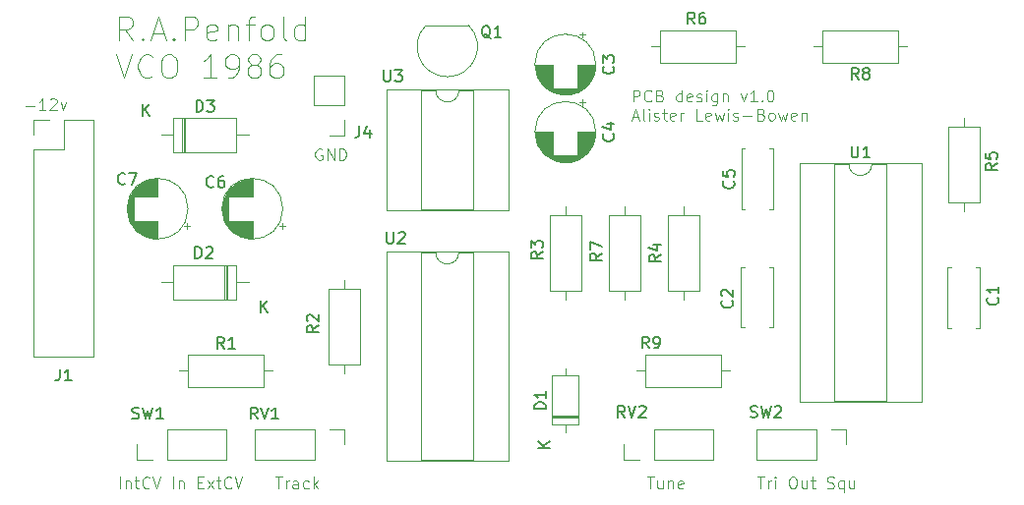
<source format=gbr>
%TF.GenerationSoftware,KiCad,Pcbnew,7.0.1-0*%
%TF.CreationDate,2023-04-22T10:39:49-04:00*%
%TF.ProjectId,Penford VCO,50656e66-6f72-4642-9056-434f2e6b6963,rev?*%
%TF.SameCoordinates,Original*%
%TF.FileFunction,Legend,Top*%
%TF.FilePolarity,Positive*%
%FSLAX46Y46*%
G04 Gerber Fmt 4.6, Leading zero omitted, Abs format (unit mm)*
G04 Created by KiCad (PCBNEW 7.0.1-0) date 2023-04-22 10:39:49*
%MOMM*%
%LPD*%
G01*
G04 APERTURE LIST*
%ADD10C,0.125000*%
%ADD11C,0.150000*%
%ADD12C,0.120000*%
G04 APERTURE END LIST*
D10*
X179095238Y-104377619D02*
X179666666Y-104377619D01*
X179380952Y-105377619D02*
X179380952Y-104377619D01*
X180000000Y-105377619D02*
X180000000Y-104710952D01*
X180000000Y-104901428D02*
X180047619Y-104806190D01*
X180047619Y-104806190D02*
X180095238Y-104758571D01*
X180095238Y-104758571D02*
X180190476Y-104710952D01*
X180190476Y-104710952D02*
X180285714Y-104710952D01*
X180619048Y-105377619D02*
X180619048Y-104710952D01*
X180619048Y-104377619D02*
X180571429Y-104425238D01*
X180571429Y-104425238D02*
X180619048Y-104472857D01*
X180619048Y-104472857D02*
X180666667Y-104425238D01*
X180666667Y-104425238D02*
X180619048Y-104377619D01*
X180619048Y-104377619D02*
X180619048Y-104472857D01*
X182047619Y-104377619D02*
X182238095Y-104377619D01*
X182238095Y-104377619D02*
X182333333Y-104425238D01*
X182333333Y-104425238D02*
X182428571Y-104520476D01*
X182428571Y-104520476D02*
X182476190Y-104710952D01*
X182476190Y-104710952D02*
X182476190Y-105044285D01*
X182476190Y-105044285D02*
X182428571Y-105234761D01*
X182428571Y-105234761D02*
X182333333Y-105330000D01*
X182333333Y-105330000D02*
X182238095Y-105377619D01*
X182238095Y-105377619D02*
X182047619Y-105377619D01*
X182047619Y-105377619D02*
X181952381Y-105330000D01*
X181952381Y-105330000D02*
X181857143Y-105234761D01*
X181857143Y-105234761D02*
X181809524Y-105044285D01*
X181809524Y-105044285D02*
X181809524Y-104710952D01*
X181809524Y-104710952D02*
X181857143Y-104520476D01*
X181857143Y-104520476D02*
X181952381Y-104425238D01*
X181952381Y-104425238D02*
X182047619Y-104377619D01*
X183333333Y-104710952D02*
X183333333Y-105377619D01*
X182904762Y-104710952D02*
X182904762Y-105234761D01*
X182904762Y-105234761D02*
X182952381Y-105330000D01*
X182952381Y-105330000D02*
X183047619Y-105377619D01*
X183047619Y-105377619D02*
X183190476Y-105377619D01*
X183190476Y-105377619D02*
X183285714Y-105330000D01*
X183285714Y-105330000D02*
X183333333Y-105282380D01*
X183666667Y-104710952D02*
X184047619Y-104710952D01*
X183809524Y-104377619D02*
X183809524Y-105234761D01*
X183809524Y-105234761D02*
X183857143Y-105330000D01*
X183857143Y-105330000D02*
X183952381Y-105377619D01*
X183952381Y-105377619D02*
X184047619Y-105377619D01*
X185095239Y-105330000D02*
X185238096Y-105377619D01*
X185238096Y-105377619D02*
X185476191Y-105377619D01*
X185476191Y-105377619D02*
X185571429Y-105330000D01*
X185571429Y-105330000D02*
X185619048Y-105282380D01*
X185619048Y-105282380D02*
X185666667Y-105187142D01*
X185666667Y-105187142D02*
X185666667Y-105091904D01*
X185666667Y-105091904D02*
X185619048Y-104996666D01*
X185619048Y-104996666D02*
X185571429Y-104949047D01*
X185571429Y-104949047D02*
X185476191Y-104901428D01*
X185476191Y-104901428D02*
X185285715Y-104853809D01*
X185285715Y-104853809D02*
X185190477Y-104806190D01*
X185190477Y-104806190D02*
X185142858Y-104758571D01*
X185142858Y-104758571D02*
X185095239Y-104663333D01*
X185095239Y-104663333D02*
X185095239Y-104568095D01*
X185095239Y-104568095D02*
X185142858Y-104472857D01*
X185142858Y-104472857D02*
X185190477Y-104425238D01*
X185190477Y-104425238D02*
X185285715Y-104377619D01*
X185285715Y-104377619D02*
X185523810Y-104377619D01*
X185523810Y-104377619D02*
X185666667Y-104425238D01*
X186523810Y-104710952D02*
X186523810Y-105710952D01*
X186523810Y-105330000D02*
X186428572Y-105377619D01*
X186428572Y-105377619D02*
X186238096Y-105377619D01*
X186238096Y-105377619D02*
X186142858Y-105330000D01*
X186142858Y-105330000D02*
X186095239Y-105282380D01*
X186095239Y-105282380D02*
X186047620Y-105187142D01*
X186047620Y-105187142D02*
X186047620Y-104901428D01*
X186047620Y-104901428D02*
X186095239Y-104806190D01*
X186095239Y-104806190D02*
X186142858Y-104758571D01*
X186142858Y-104758571D02*
X186238096Y-104710952D01*
X186238096Y-104710952D02*
X186428572Y-104710952D01*
X186428572Y-104710952D02*
X186523810Y-104758571D01*
X187428572Y-104710952D02*
X187428572Y-105377619D01*
X187000001Y-104710952D02*
X187000001Y-105234761D01*
X187000001Y-105234761D02*
X187047620Y-105330000D01*
X187047620Y-105330000D02*
X187142858Y-105377619D01*
X187142858Y-105377619D02*
X187285715Y-105377619D01*
X187285715Y-105377619D02*
X187380953Y-105330000D01*
X187380953Y-105330000D02*
X187428572Y-105282380D01*
X169595238Y-104377619D02*
X170166666Y-104377619D01*
X169880952Y-105377619D02*
X169880952Y-104377619D01*
X170928571Y-104710952D02*
X170928571Y-105377619D01*
X170500000Y-104710952D02*
X170500000Y-105234761D01*
X170500000Y-105234761D02*
X170547619Y-105330000D01*
X170547619Y-105330000D02*
X170642857Y-105377619D01*
X170642857Y-105377619D02*
X170785714Y-105377619D01*
X170785714Y-105377619D02*
X170880952Y-105330000D01*
X170880952Y-105330000D02*
X170928571Y-105282380D01*
X171404762Y-104710952D02*
X171404762Y-105377619D01*
X171404762Y-104806190D02*
X171452381Y-104758571D01*
X171452381Y-104758571D02*
X171547619Y-104710952D01*
X171547619Y-104710952D02*
X171690476Y-104710952D01*
X171690476Y-104710952D02*
X171785714Y-104758571D01*
X171785714Y-104758571D02*
X171833333Y-104853809D01*
X171833333Y-104853809D02*
X171833333Y-105377619D01*
X172690476Y-105330000D02*
X172595238Y-105377619D01*
X172595238Y-105377619D02*
X172404762Y-105377619D01*
X172404762Y-105377619D02*
X172309524Y-105330000D01*
X172309524Y-105330000D02*
X172261905Y-105234761D01*
X172261905Y-105234761D02*
X172261905Y-104853809D01*
X172261905Y-104853809D02*
X172309524Y-104758571D01*
X172309524Y-104758571D02*
X172404762Y-104710952D01*
X172404762Y-104710952D02*
X172595238Y-104710952D01*
X172595238Y-104710952D02*
X172690476Y-104758571D01*
X172690476Y-104758571D02*
X172738095Y-104853809D01*
X172738095Y-104853809D02*
X172738095Y-104949047D01*
X172738095Y-104949047D02*
X172261905Y-105044285D01*
X137595238Y-104377619D02*
X138166666Y-104377619D01*
X137880952Y-105377619D02*
X137880952Y-104377619D01*
X138500000Y-105377619D02*
X138500000Y-104710952D01*
X138500000Y-104901428D02*
X138547619Y-104806190D01*
X138547619Y-104806190D02*
X138595238Y-104758571D01*
X138595238Y-104758571D02*
X138690476Y-104710952D01*
X138690476Y-104710952D02*
X138785714Y-104710952D01*
X139547619Y-105377619D02*
X139547619Y-104853809D01*
X139547619Y-104853809D02*
X139500000Y-104758571D01*
X139500000Y-104758571D02*
X139404762Y-104710952D01*
X139404762Y-104710952D02*
X139214286Y-104710952D01*
X139214286Y-104710952D02*
X139119048Y-104758571D01*
X139547619Y-105330000D02*
X139452381Y-105377619D01*
X139452381Y-105377619D02*
X139214286Y-105377619D01*
X139214286Y-105377619D02*
X139119048Y-105330000D01*
X139119048Y-105330000D02*
X139071429Y-105234761D01*
X139071429Y-105234761D02*
X139071429Y-105139523D01*
X139071429Y-105139523D02*
X139119048Y-105044285D01*
X139119048Y-105044285D02*
X139214286Y-104996666D01*
X139214286Y-104996666D02*
X139452381Y-104996666D01*
X139452381Y-104996666D02*
X139547619Y-104949047D01*
X140452381Y-105330000D02*
X140357143Y-105377619D01*
X140357143Y-105377619D02*
X140166667Y-105377619D01*
X140166667Y-105377619D02*
X140071429Y-105330000D01*
X140071429Y-105330000D02*
X140023810Y-105282380D01*
X140023810Y-105282380D02*
X139976191Y-105187142D01*
X139976191Y-105187142D02*
X139976191Y-104901428D01*
X139976191Y-104901428D02*
X140023810Y-104806190D01*
X140023810Y-104806190D02*
X140071429Y-104758571D01*
X140071429Y-104758571D02*
X140166667Y-104710952D01*
X140166667Y-104710952D02*
X140357143Y-104710952D01*
X140357143Y-104710952D02*
X140452381Y-104758571D01*
X140880953Y-105377619D02*
X140880953Y-104377619D01*
X140976191Y-104996666D02*
X141261905Y-105377619D01*
X141261905Y-104710952D02*
X140880953Y-105091904D01*
X124238095Y-105377619D02*
X124238095Y-104377619D01*
X124714285Y-104710952D02*
X124714285Y-105377619D01*
X124714285Y-104806190D02*
X124761904Y-104758571D01*
X124761904Y-104758571D02*
X124857142Y-104710952D01*
X124857142Y-104710952D02*
X124999999Y-104710952D01*
X124999999Y-104710952D02*
X125095237Y-104758571D01*
X125095237Y-104758571D02*
X125142856Y-104853809D01*
X125142856Y-104853809D02*
X125142856Y-105377619D01*
X125476190Y-104710952D02*
X125857142Y-104710952D01*
X125619047Y-104377619D02*
X125619047Y-105234761D01*
X125619047Y-105234761D02*
X125666666Y-105330000D01*
X125666666Y-105330000D02*
X125761904Y-105377619D01*
X125761904Y-105377619D02*
X125857142Y-105377619D01*
X126761904Y-105282380D02*
X126714285Y-105330000D01*
X126714285Y-105330000D02*
X126571428Y-105377619D01*
X126571428Y-105377619D02*
X126476190Y-105377619D01*
X126476190Y-105377619D02*
X126333333Y-105330000D01*
X126333333Y-105330000D02*
X126238095Y-105234761D01*
X126238095Y-105234761D02*
X126190476Y-105139523D01*
X126190476Y-105139523D02*
X126142857Y-104949047D01*
X126142857Y-104949047D02*
X126142857Y-104806190D01*
X126142857Y-104806190D02*
X126190476Y-104615714D01*
X126190476Y-104615714D02*
X126238095Y-104520476D01*
X126238095Y-104520476D02*
X126333333Y-104425238D01*
X126333333Y-104425238D02*
X126476190Y-104377619D01*
X126476190Y-104377619D02*
X126571428Y-104377619D01*
X126571428Y-104377619D02*
X126714285Y-104425238D01*
X126714285Y-104425238D02*
X126761904Y-104472857D01*
X127047619Y-104377619D02*
X127380952Y-105377619D01*
X127380952Y-105377619D02*
X127714285Y-104377619D01*
X128809524Y-105377619D02*
X128809524Y-104377619D01*
X129285714Y-104710952D02*
X129285714Y-105377619D01*
X129285714Y-104806190D02*
X129333333Y-104758571D01*
X129333333Y-104758571D02*
X129428571Y-104710952D01*
X129428571Y-104710952D02*
X129571428Y-104710952D01*
X129571428Y-104710952D02*
X129666666Y-104758571D01*
X129666666Y-104758571D02*
X129714285Y-104853809D01*
X129714285Y-104853809D02*
X129714285Y-105377619D01*
X130952381Y-104853809D02*
X131285714Y-104853809D01*
X131428571Y-105377619D02*
X130952381Y-105377619D01*
X130952381Y-105377619D02*
X130952381Y-104377619D01*
X130952381Y-104377619D02*
X131428571Y-104377619D01*
X131761905Y-105377619D02*
X132285714Y-104710952D01*
X131761905Y-104710952D02*
X132285714Y-105377619D01*
X132523810Y-104710952D02*
X132904762Y-104710952D01*
X132666667Y-104377619D02*
X132666667Y-105234761D01*
X132666667Y-105234761D02*
X132714286Y-105330000D01*
X132714286Y-105330000D02*
X132809524Y-105377619D01*
X132809524Y-105377619D02*
X132904762Y-105377619D01*
X133809524Y-105282380D02*
X133761905Y-105330000D01*
X133761905Y-105330000D02*
X133619048Y-105377619D01*
X133619048Y-105377619D02*
X133523810Y-105377619D01*
X133523810Y-105377619D02*
X133380953Y-105330000D01*
X133380953Y-105330000D02*
X133285715Y-105234761D01*
X133285715Y-105234761D02*
X133238096Y-105139523D01*
X133238096Y-105139523D02*
X133190477Y-104949047D01*
X133190477Y-104949047D02*
X133190477Y-104806190D01*
X133190477Y-104806190D02*
X133238096Y-104615714D01*
X133238096Y-104615714D02*
X133285715Y-104520476D01*
X133285715Y-104520476D02*
X133380953Y-104425238D01*
X133380953Y-104425238D02*
X133523810Y-104377619D01*
X133523810Y-104377619D02*
X133619048Y-104377619D01*
X133619048Y-104377619D02*
X133761905Y-104425238D01*
X133761905Y-104425238D02*
X133809524Y-104472857D01*
X134095239Y-104377619D02*
X134428572Y-105377619D01*
X134428572Y-105377619D02*
X134761905Y-104377619D01*
X116062095Y-72394666D02*
X116824000Y-72394666D01*
X117823999Y-72775619D02*
X117252571Y-72775619D01*
X117538285Y-72775619D02*
X117538285Y-71775619D01*
X117538285Y-71775619D02*
X117443047Y-71918476D01*
X117443047Y-71918476D02*
X117347809Y-72013714D01*
X117347809Y-72013714D02*
X117252571Y-72061333D01*
X118204952Y-71870857D02*
X118252571Y-71823238D01*
X118252571Y-71823238D02*
X118347809Y-71775619D01*
X118347809Y-71775619D02*
X118585904Y-71775619D01*
X118585904Y-71775619D02*
X118681142Y-71823238D01*
X118681142Y-71823238D02*
X118728761Y-71870857D01*
X118728761Y-71870857D02*
X118776380Y-71966095D01*
X118776380Y-71966095D02*
X118776380Y-72061333D01*
X118776380Y-72061333D02*
X118728761Y-72204190D01*
X118728761Y-72204190D02*
X118157333Y-72775619D01*
X118157333Y-72775619D02*
X118776380Y-72775619D01*
X119109714Y-72108952D02*
X119347809Y-72775619D01*
X119347809Y-72775619D02*
X119585904Y-72108952D01*
X141604904Y-76141238D02*
X141509666Y-76093619D01*
X141509666Y-76093619D02*
X141366809Y-76093619D01*
X141366809Y-76093619D02*
X141223952Y-76141238D01*
X141223952Y-76141238D02*
X141128714Y-76236476D01*
X141128714Y-76236476D02*
X141081095Y-76331714D01*
X141081095Y-76331714D02*
X141033476Y-76522190D01*
X141033476Y-76522190D02*
X141033476Y-76665047D01*
X141033476Y-76665047D02*
X141081095Y-76855523D01*
X141081095Y-76855523D02*
X141128714Y-76950761D01*
X141128714Y-76950761D02*
X141223952Y-77046000D01*
X141223952Y-77046000D02*
X141366809Y-77093619D01*
X141366809Y-77093619D02*
X141462047Y-77093619D01*
X141462047Y-77093619D02*
X141604904Y-77046000D01*
X141604904Y-77046000D02*
X141652523Y-76998380D01*
X141652523Y-76998380D02*
X141652523Y-76665047D01*
X141652523Y-76665047D02*
X141462047Y-76665047D01*
X142081095Y-77093619D02*
X142081095Y-76093619D01*
X142081095Y-76093619D02*
X142652523Y-77093619D01*
X142652523Y-77093619D02*
X142652523Y-76093619D01*
X143128714Y-77093619D02*
X143128714Y-76093619D01*
X143128714Y-76093619D02*
X143366809Y-76093619D01*
X143366809Y-76093619D02*
X143509666Y-76141238D01*
X143509666Y-76141238D02*
X143604904Y-76236476D01*
X143604904Y-76236476D02*
X143652523Y-76331714D01*
X143652523Y-76331714D02*
X143700142Y-76522190D01*
X143700142Y-76522190D02*
X143700142Y-76665047D01*
X143700142Y-76665047D02*
X143652523Y-76855523D01*
X143652523Y-76855523D02*
X143604904Y-76950761D01*
X143604904Y-76950761D02*
X143509666Y-77046000D01*
X143509666Y-77046000D02*
X143366809Y-77093619D01*
X143366809Y-77093619D02*
X143128714Y-77093619D01*
X125317047Y-66746238D02*
X124650380Y-65793857D01*
X124174190Y-66746238D02*
X124174190Y-64746238D01*
X124174190Y-64746238D02*
X124936095Y-64746238D01*
X124936095Y-64746238D02*
X125126571Y-64841476D01*
X125126571Y-64841476D02*
X125221809Y-64936714D01*
X125221809Y-64936714D02*
X125317047Y-65127190D01*
X125317047Y-65127190D02*
X125317047Y-65412904D01*
X125317047Y-65412904D02*
X125221809Y-65603380D01*
X125221809Y-65603380D02*
X125126571Y-65698619D01*
X125126571Y-65698619D02*
X124936095Y-65793857D01*
X124936095Y-65793857D02*
X124174190Y-65793857D01*
X126174190Y-66555761D02*
X126269428Y-66651000D01*
X126269428Y-66651000D02*
X126174190Y-66746238D01*
X126174190Y-66746238D02*
X126078952Y-66651000D01*
X126078952Y-66651000D02*
X126174190Y-66555761D01*
X126174190Y-66555761D02*
X126174190Y-66746238D01*
X127031333Y-66174809D02*
X127983714Y-66174809D01*
X126840857Y-66746238D02*
X127507523Y-64746238D01*
X127507523Y-64746238D02*
X128174190Y-66746238D01*
X128840857Y-66555761D02*
X128936095Y-66651000D01*
X128936095Y-66651000D02*
X128840857Y-66746238D01*
X128840857Y-66746238D02*
X128745619Y-66651000D01*
X128745619Y-66651000D02*
X128840857Y-66555761D01*
X128840857Y-66555761D02*
X128840857Y-66746238D01*
X129793238Y-66746238D02*
X129793238Y-64746238D01*
X129793238Y-64746238D02*
X130555143Y-64746238D01*
X130555143Y-64746238D02*
X130745619Y-64841476D01*
X130745619Y-64841476D02*
X130840857Y-64936714D01*
X130840857Y-64936714D02*
X130936095Y-65127190D01*
X130936095Y-65127190D02*
X130936095Y-65412904D01*
X130936095Y-65412904D02*
X130840857Y-65603380D01*
X130840857Y-65603380D02*
X130745619Y-65698619D01*
X130745619Y-65698619D02*
X130555143Y-65793857D01*
X130555143Y-65793857D02*
X129793238Y-65793857D01*
X132555143Y-66651000D02*
X132364667Y-66746238D01*
X132364667Y-66746238D02*
X131983714Y-66746238D01*
X131983714Y-66746238D02*
X131793238Y-66651000D01*
X131793238Y-66651000D02*
X131698000Y-66460523D01*
X131698000Y-66460523D02*
X131698000Y-65698619D01*
X131698000Y-65698619D02*
X131793238Y-65508142D01*
X131793238Y-65508142D02*
X131983714Y-65412904D01*
X131983714Y-65412904D02*
X132364667Y-65412904D01*
X132364667Y-65412904D02*
X132555143Y-65508142D01*
X132555143Y-65508142D02*
X132650381Y-65698619D01*
X132650381Y-65698619D02*
X132650381Y-65889095D01*
X132650381Y-65889095D02*
X131698000Y-66079571D01*
X133507524Y-65412904D02*
X133507524Y-66746238D01*
X133507524Y-65603380D02*
X133602762Y-65508142D01*
X133602762Y-65508142D02*
X133793238Y-65412904D01*
X133793238Y-65412904D02*
X134078953Y-65412904D01*
X134078953Y-65412904D02*
X134269429Y-65508142D01*
X134269429Y-65508142D02*
X134364667Y-65698619D01*
X134364667Y-65698619D02*
X134364667Y-66746238D01*
X135031334Y-65412904D02*
X135793238Y-65412904D01*
X135317048Y-66746238D02*
X135317048Y-65031952D01*
X135317048Y-65031952D02*
X135412286Y-64841476D01*
X135412286Y-64841476D02*
X135602762Y-64746238D01*
X135602762Y-64746238D02*
X135793238Y-64746238D01*
X136745619Y-66746238D02*
X136555143Y-66651000D01*
X136555143Y-66651000D02*
X136459905Y-66555761D01*
X136459905Y-66555761D02*
X136364667Y-66365285D01*
X136364667Y-66365285D02*
X136364667Y-65793857D01*
X136364667Y-65793857D02*
X136459905Y-65603380D01*
X136459905Y-65603380D02*
X136555143Y-65508142D01*
X136555143Y-65508142D02*
X136745619Y-65412904D01*
X136745619Y-65412904D02*
X137031334Y-65412904D01*
X137031334Y-65412904D02*
X137221810Y-65508142D01*
X137221810Y-65508142D02*
X137317048Y-65603380D01*
X137317048Y-65603380D02*
X137412286Y-65793857D01*
X137412286Y-65793857D02*
X137412286Y-66365285D01*
X137412286Y-66365285D02*
X137317048Y-66555761D01*
X137317048Y-66555761D02*
X137221810Y-66651000D01*
X137221810Y-66651000D02*
X137031334Y-66746238D01*
X137031334Y-66746238D02*
X136745619Y-66746238D01*
X138555143Y-66746238D02*
X138364667Y-66651000D01*
X138364667Y-66651000D02*
X138269429Y-66460523D01*
X138269429Y-66460523D02*
X138269429Y-64746238D01*
X140174191Y-66746238D02*
X140174191Y-64746238D01*
X140174191Y-66651000D02*
X139983715Y-66746238D01*
X139983715Y-66746238D02*
X139602762Y-66746238D01*
X139602762Y-66746238D02*
X139412286Y-66651000D01*
X139412286Y-66651000D02*
X139317048Y-66555761D01*
X139317048Y-66555761D02*
X139221810Y-66365285D01*
X139221810Y-66365285D02*
X139221810Y-65793857D01*
X139221810Y-65793857D02*
X139317048Y-65603380D01*
X139317048Y-65603380D02*
X139412286Y-65508142D01*
X139412286Y-65508142D02*
X139602762Y-65412904D01*
X139602762Y-65412904D02*
X139983715Y-65412904D01*
X139983715Y-65412904D02*
X140174191Y-65508142D01*
X123888476Y-67986238D02*
X124555142Y-69986238D01*
X124555142Y-69986238D02*
X125221809Y-67986238D01*
X127031333Y-69795761D02*
X126936095Y-69891000D01*
X126936095Y-69891000D02*
X126650381Y-69986238D01*
X126650381Y-69986238D02*
X126459905Y-69986238D01*
X126459905Y-69986238D02*
X126174190Y-69891000D01*
X126174190Y-69891000D02*
X125983714Y-69700523D01*
X125983714Y-69700523D02*
X125888476Y-69510047D01*
X125888476Y-69510047D02*
X125793238Y-69129095D01*
X125793238Y-69129095D02*
X125793238Y-68843380D01*
X125793238Y-68843380D02*
X125888476Y-68462428D01*
X125888476Y-68462428D02*
X125983714Y-68271952D01*
X125983714Y-68271952D02*
X126174190Y-68081476D01*
X126174190Y-68081476D02*
X126459905Y-67986238D01*
X126459905Y-67986238D02*
X126650381Y-67986238D01*
X126650381Y-67986238D02*
X126936095Y-68081476D01*
X126936095Y-68081476D02*
X127031333Y-68176714D01*
X128269428Y-67986238D02*
X128650381Y-67986238D01*
X128650381Y-67986238D02*
X128840857Y-68081476D01*
X128840857Y-68081476D02*
X129031333Y-68271952D01*
X129031333Y-68271952D02*
X129126571Y-68652904D01*
X129126571Y-68652904D02*
X129126571Y-69319571D01*
X129126571Y-69319571D02*
X129031333Y-69700523D01*
X129031333Y-69700523D02*
X128840857Y-69891000D01*
X128840857Y-69891000D02*
X128650381Y-69986238D01*
X128650381Y-69986238D02*
X128269428Y-69986238D01*
X128269428Y-69986238D02*
X128078952Y-69891000D01*
X128078952Y-69891000D02*
X127888476Y-69700523D01*
X127888476Y-69700523D02*
X127793238Y-69319571D01*
X127793238Y-69319571D02*
X127793238Y-68652904D01*
X127793238Y-68652904D02*
X127888476Y-68271952D01*
X127888476Y-68271952D02*
X128078952Y-68081476D01*
X128078952Y-68081476D02*
X128269428Y-67986238D01*
X132555143Y-69986238D02*
X131412286Y-69986238D01*
X131983714Y-69986238D02*
X131983714Y-67986238D01*
X131983714Y-67986238D02*
X131793238Y-68271952D01*
X131793238Y-68271952D02*
X131602762Y-68462428D01*
X131602762Y-68462428D02*
X131412286Y-68557666D01*
X133507524Y-69986238D02*
X133888476Y-69986238D01*
X133888476Y-69986238D02*
X134078953Y-69891000D01*
X134078953Y-69891000D02*
X134174191Y-69795761D01*
X134174191Y-69795761D02*
X134364667Y-69510047D01*
X134364667Y-69510047D02*
X134459905Y-69129095D01*
X134459905Y-69129095D02*
X134459905Y-68367190D01*
X134459905Y-68367190D02*
X134364667Y-68176714D01*
X134364667Y-68176714D02*
X134269429Y-68081476D01*
X134269429Y-68081476D02*
X134078953Y-67986238D01*
X134078953Y-67986238D02*
X133698000Y-67986238D01*
X133698000Y-67986238D02*
X133507524Y-68081476D01*
X133507524Y-68081476D02*
X133412286Y-68176714D01*
X133412286Y-68176714D02*
X133317048Y-68367190D01*
X133317048Y-68367190D02*
X133317048Y-68843380D01*
X133317048Y-68843380D02*
X133412286Y-69033857D01*
X133412286Y-69033857D02*
X133507524Y-69129095D01*
X133507524Y-69129095D02*
X133698000Y-69224333D01*
X133698000Y-69224333D02*
X134078953Y-69224333D01*
X134078953Y-69224333D02*
X134269429Y-69129095D01*
X134269429Y-69129095D02*
X134364667Y-69033857D01*
X134364667Y-69033857D02*
X134459905Y-68843380D01*
X135602762Y-68843380D02*
X135412286Y-68748142D01*
X135412286Y-68748142D02*
X135317048Y-68652904D01*
X135317048Y-68652904D02*
X135221810Y-68462428D01*
X135221810Y-68462428D02*
X135221810Y-68367190D01*
X135221810Y-68367190D02*
X135317048Y-68176714D01*
X135317048Y-68176714D02*
X135412286Y-68081476D01*
X135412286Y-68081476D02*
X135602762Y-67986238D01*
X135602762Y-67986238D02*
X135983715Y-67986238D01*
X135983715Y-67986238D02*
X136174191Y-68081476D01*
X136174191Y-68081476D02*
X136269429Y-68176714D01*
X136269429Y-68176714D02*
X136364667Y-68367190D01*
X136364667Y-68367190D02*
X136364667Y-68462428D01*
X136364667Y-68462428D02*
X136269429Y-68652904D01*
X136269429Y-68652904D02*
X136174191Y-68748142D01*
X136174191Y-68748142D02*
X135983715Y-68843380D01*
X135983715Y-68843380D02*
X135602762Y-68843380D01*
X135602762Y-68843380D02*
X135412286Y-68938619D01*
X135412286Y-68938619D02*
X135317048Y-69033857D01*
X135317048Y-69033857D02*
X135221810Y-69224333D01*
X135221810Y-69224333D02*
X135221810Y-69605285D01*
X135221810Y-69605285D02*
X135317048Y-69795761D01*
X135317048Y-69795761D02*
X135412286Y-69891000D01*
X135412286Y-69891000D02*
X135602762Y-69986238D01*
X135602762Y-69986238D02*
X135983715Y-69986238D01*
X135983715Y-69986238D02*
X136174191Y-69891000D01*
X136174191Y-69891000D02*
X136269429Y-69795761D01*
X136269429Y-69795761D02*
X136364667Y-69605285D01*
X136364667Y-69605285D02*
X136364667Y-69224333D01*
X136364667Y-69224333D02*
X136269429Y-69033857D01*
X136269429Y-69033857D02*
X136174191Y-68938619D01*
X136174191Y-68938619D02*
X135983715Y-68843380D01*
X138078953Y-67986238D02*
X137698000Y-67986238D01*
X137698000Y-67986238D02*
X137507524Y-68081476D01*
X137507524Y-68081476D02*
X137412286Y-68176714D01*
X137412286Y-68176714D02*
X137221810Y-68462428D01*
X137221810Y-68462428D02*
X137126572Y-68843380D01*
X137126572Y-68843380D02*
X137126572Y-69605285D01*
X137126572Y-69605285D02*
X137221810Y-69795761D01*
X137221810Y-69795761D02*
X137317048Y-69891000D01*
X137317048Y-69891000D02*
X137507524Y-69986238D01*
X137507524Y-69986238D02*
X137888477Y-69986238D01*
X137888477Y-69986238D02*
X138078953Y-69891000D01*
X138078953Y-69891000D02*
X138174191Y-69795761D01*
X138174191Y-69795761D02*
X138269429Y-69605285D01*
X138269429Y-69605285D02*
X138269429Y-69129095D01*
X138269429Y-69129095D02*
X138174191Y-68938619D01*
X138174191Y-68938619D02*
X138078953Y-68843380D01*
X138078953Y-68843380D02*
X137888477Y-68748142D01*
X137888477Y-68748142D02*
X137507524Y-68748142D01*
X137507524Y-68748142D02*
X137317048Y-68843380D01*
X137317048Y-68843380D02*
X137221810Y-68938619D01*
X137221810Y-68938619D02*
X137126572Y-69129095D01*
X168386095Y-72044619D02*
X168386095Y-71044619D01*
X168386095Y-71044619D02*
X168767047Y-71044619D01*
X168767047Y-71044619D02*
X168862285Y-71092238D01*
X168862285Y-71092238D02*
X168909904Y-71139857D01*
X168909904Y-71139857D02*
X168957523Y-71235095D01*
X168957523Y-71235095D02*
X168957523Y-71377952D01*
X168957523Y-71377952D02*
X168909904Y-71473190D01*
X168909904Y-71473190D02*
X168862285Y-71520809D01*
X168862285Y-71520809D02*
X168767047Y-71568428D01*
X168767047Y-71568428D02*
X168386095Y-71568428D01*
X169957523Y-71949380D02*
X169909904Y-71997000D01*
X169909904Y-71997000D02*
X169767047Y-72044619D01*
X169767047Y-72044619D02*
X169671809Y-72044619D01*
X169671809Y-72044619D02*
X169528952Y-71997000D01*
X169528952Y-71997000D02*
X169433714Y-71901761D01*
X169433714Y-71901761D02*
X169386095Y-71806523D01*
X169386095Y-71806523D02*
X169338476Y-71616047D01*
X169338476Y-71616047D02*
X169338476Y-71473190D01*
X169338476Y-71473190D02*
X169386095Y-71282714D01*
X169386095Y-71282714D02*
X169433714Y-71187476D01*
X169433714Y-71187476D02*
X169528952Y-71092238D01*
X169528952Y-71092238D02*
X169671809Y-71044619D01*
X169671809Y-71044619D02*
X169767047Y-71044619D01*
X169767047Y-71044619D02*
X169909904Y-71092238D01*
X169909904Y-71092238D02*
X169957523Y-71139857D01*
X170719428Y-71520809D02*
X170862285Y-71568428D01*
X170862285Y-71568428D02*
X170909904Y-71616047D01*
X170909904Y-71616047D02*
X170957523Y-71711285D01*
X170957523Y-71711285D02*
X170957523Y-71854142D01*
X170957523Y-71854142D02*
X170909904Y-71949380D01*
X170909904Y-71949380D02*
X170862285Y-71997000D01*
X170862285Y-71997000D02*
X170767047Y-72044619D01*
X170767047Y-72044619D02*
X170386095Y-72044619D01*
X170386095Y-72044619D02*
X170386095Y-71044619D01*
X170386095Y-71044619D02*
X170719428Y-71044619D01*
X170719428Y-71044619D02*
X170814666Y-71092238D01*
X170814666Y-71092238D02*
X170862285Y-71139857D01*
X170862285Y-71139857D02*
X170909904Y-71235095D01*
X170909904Y-71235095D02*
X170909904Y-71330333D01*
X170909904Y-71330333D02*
X170862285Y-71425571D01*
X170862285Y-71425571D02*
X170814666Y-71473190D01*
X170814666Y-71473190D02*
X170719428Y-71520809D01*
X170719428Y-71520809D02*
X170386095Y-71520809D01*
X172576571Y-72044619D02*
X172576571Y-71044619D01*
X172576571Y-71997000D02*
X172481333Y-72044619D01*
X172481333Y-72044619D02*
X172290857Y-72044619D01*
X172290857Y-72044619D02*
X172195619Y-71997000D01*
X172195619Y-71997000D02*
X172148000Y-71949380D01*
X172148000Y-71949380D02*
X172100381Y-71854142D01*
X172100381Y-71854142D02*
X172100381Y-71568428D01*
X172100381Y-71568428D02*
X172148000Y-71473190D01*
X172148000Y-71473190D02*
X172195619Y-71425571D01*
X172195619Y-71425571D02*
X172290857Y-71377952D01*
X172290857Y-71377952D02*
X172481333Y-71377952D01*
X172481333Y-71377952D02*
X172576571Y-71425571D01*
X173433714Y-71997000D02*
X173338476Y-72044619D01*
X173338476Y-72044619D02*
X173148000Y-72044619D01*
X173148000Y-72044619D02*
X173052762Y-71997000D01*
X173052762Y-71997000D02*
X173005143Y-71901761D01*
X173005143Y-71901761D02*
X173005143Y-71520809D01*
X173005143Y-71520809D02*
X173052762Y-71425571D01*
X173052762Y-71425571D02*
X173148000Y-71377952D01*
X173148000Y-71377952D02*
X173338476Y-71377952D01*
X173338476Y-71377952D02*
X173433714Y-71425571D01*
X173433714Y-71425571D02*
X173481333Y-71520809D01*
X173481333Y-71520809D02*
X173481333Y-71616047D01*
X173481333Y-71616047D02*
X173005143Y-71711285D01*
X173862286Y-71997000D02*
X173957524Y-72044619D01*
X173957524Y-72044619D02*
X174148000Y-72044619D01*
X174148000Y-72044619D02*
X174243238Y-71997000D01*
X174243238Y-71997000D02*
X174290857Y-71901761D01*
X174290857Y-71901761D02*
X174290857Y-71854142D01*
X174290857Y-71854142D02*
X174243238Y-71758904D01*
X174243238Y-71758904D02*
X174148000Y-71711285D01*
X174148000Y-71711285D02*
X174005143Y-71711285D01*
X174005143Y-71711285D02*
X173909905Y-71663666D01*
X173909905Y-71663666D02*
X173862286Y-71568428D01*
X173862286Y-71568428D02*
X173862286Y-71520809D01*
X173862286Y-71520809D02*
X173909905Y-71425571D01*
X173909905Y-71425571D02*
X174005143Y-71377952D01*
X174005143Y-71377952D02*
X174148000Y-71377952D01*
X174148000Y-71377952D02*
X174243238Y-71425571D01*
X174719429Y-72044619D02*
X174719429Y-71377952D01*
X174719429Y-71044619D02*
X174671810Y-71092238D01*
X174671810Y-71092238D02*
X174719429Y-71139857D01*
X174719429Y-71139857D02*
X174767048Y-71092238D01*
X174767048Y-71092238D02*
X174719429Y-71044619D01*
X174719429Y-71044619D02*
X174719429Y-71139857D01*
X175624190Y-71377952D02*
X175624190Y-72187476D01*
X175624190Y-72187476D02*
X175576571Y-72282714D01*
X175576571Y-72282714D02*
X175528952Y-72330333D01*
X175528952Y-72330333D02*
X175433714Y-72377952D01*
X175433714Y-72377952D02*
X175290857Y-72377952D01*
X175290857Y-72377952D02*
X175195619Y-72330333D01*
X175624190Y-71997000D02*
X175528952Y-72044619D01*
X175528952Y-72044619D02*
X175338476Y-72044619D01*
X175338476Y-72044619D02*
X175243238Y-71997000D01*
X175243238Y-71997000D02*
X175195619Y-71949380D01*
X175195619Y-71949380D02*
X175148000Y-71854142D01*
X175148000Y-71854142D02*
X175148000Y-71568428D01*
X175148000Y-71568428D02*
X175195619Y-71473190D01*
X175195619Y-71473190D02*
X175243238Y-71425571D01*
X175243238Y-71425571D02*
X175338476Y-71377952D01*
X175338476Y-71377952D02*
X175528952Y-71377952D01*
X175528952Y-71377952D02*
X175624190Y-71425571D01*
X176100381Y-71377952D02*
X176100381Y-72044619D01*
X176100381Y-71473190D02*
X176148000Y-71425571D01*
X176148000Y-71425571D02*
X176243238Y-71377952D01*
X176243238Y-71377952D02*
X176386095Y-71377952D01*
X176386095Y-71377952D02*
X176481333Y-71425571D01*
X176481333Y-71425571D02*
X176528952Y-71520809D01*
X176528952Y-71520809D02*
X176528952Y-72044619D01*
X177671810Y-71377952D02*
X177909905Y-72044619D01*
X177909905Y-72044619D02*
X178148000Y-71377952D01*
X179052762Y-72044619D02*
X178481334Y-72044619D01*
X178767048Y-72044619D02*
X178767048Y-71044619D01*
X178767048Y-71044619D02*
X178671810Y-71187476D01*
X178671810Y-71187476D02*
X178576572Y-71282714D01*
X178576572Y-71282714D02*
X178481334Y-71330333D01*
X179481334Y-71949380D02*
X179528953Y-71997000D01*
X179528953Y-71997000D02*
X179481334Y-72044619D01*
X179481334Y-72044619D02*
X179433715Y-71997000D01*
X179433715Y-71997000D02*
X179481334Y-71949380D01*
X179481334Y-71949380D02*
X179481334Y-72044619D01*
X180148000Y-71044619D02*
X180243238Y-71044619D01*
X180243238Y-71044619D02*
X180338476Y-71092238D01*
X180338476Y-71092238D02*
X180386095Y-71139857D01*
X180386095Y-71139857D02*
X180433714Y-71235095D01*
X180433714Y-71235095D02*
X180481333Y-71425571D01*
X180481333Y-71425571D02*
X180481333Y-71663666D01*
X180481333Y-71663666D02*
X180433714Y-71854142D01*
X180433714Y-71854142D02*
X180386095Y-71949380D01*
X180386095Y-71949380D02*
X180338476Y-71997000D01*
X180338476Y-71997000D02*
X180243238Y-72044619D01*
X180243238Y-72044619D02*
X180148000Y-72044619D01*
X180148000Y-72044619D02*
X180052762Y-71997000D01*
X180052762Y-71997000D02*
X180005143Y-71949380D01*
X180005143Y-71949380D02*
X179957524Y-71854142D01*
X179957524Y-71854142D02*
X179909905Y-71663666D01*
X179909905Y-71663666D02*
X179909905Y-71425571D01*
X179909905Y-71425571D02*
X179957524Y-71235095D01*
X179957524Y-71235095D02*
X180005143Y-71139857D01*
X180005143Y-71139857D02*
X180052762Y-71092238D01*
X180052762Y-71092238D02*
X180148000Y-71044619D01*
X168338476Y-73378904D02*
X168814666Y-73378904D01*
X168243238Y-73664619D02*
X168576571Y-72664619D01*
X168576571Y-72664619D02*
X168909904Y-73664619D01*
X169386095Y-73664619D02*
X169290857Y-73617000D01*
X169290857Y-73617000D02*
X169243238Y-73521761D01*
X169243238Y-73521761D02*
X169243238Y-72664619D01*
X169767048Y-73664619D02*
X169767048Y-72997952D01*
X169767048Y-72664619D02*
X169719429Y-72712238D01*
X169719429Y-72712238D02*
X169767048Y-72759857D01*
X169767048Y-72759857D02*
X169814667Y-72712238D01*
X169814667Y-72712238D02*
X169767048Y-72664619D01*
X169767048Y-72664619D02*
X169767048Y-72759857D01*
X170195619Y-73617000D02*
X170290857Y-73664619D01*
X170290857Y-73664619D02*
X170481333Y-73664619D01*
X170481333Y-73664619D02*
X170576571Y-73617000D01*
X170576571Y-73617000D02*
X170624190Y-73521761D01*
X170624190Y-73521761D02*
X170624190Y-73474142D01*
X170624190Y-73474142D02*
X170576571Y-73378904D01*
X170576571Y-73378904D02*
X170481333Y-73331285D01*
X170481333Y-73331285D02*
X170338476Y-73331285D01*
X170338476Y-73331285D02*
X170243238Y-73283666D01*
X170243238Y-73283666D02*
X170195619Y-73188428D01*
X170195619Y-73188428D02*
X170195619Y-73140809D01*
X170195619Y-73140809D02*
X170243238Y-73045571D01*
X170243238Y-73045571D02*
X170338476Y-72997952D01*
X170338476Y-72997952D02*
X170481333Y-72997952D01*
X170481333Y-72997952D02*
X170576571Y-73045571D01*
X170909905Y-72997952D02*
X171290857Y-72997952D01*
X171052762Y-72664619D02*
X171052762Y-73521761D01*
X171052762Y-73521761D02*
X171100381Y-73617000D01*
X171100381Y-73617000D02*
X171195619Y-73664619D01*
X171195619Y-73664619D02*
X171290857Y-73664619D01*
X172005143Y-73617000D02*
X171909905Y-73664619D01*
X171909905Y-73664619D02*
X171719429Y-73664619D01*
X171719429Y-73664619D02*
X171624191Y-73617000D01*
X171624191Y-73617000D02*
X171576572Y-73521761D01*
X171576572Y-73521761D02*
X171576572Y-73140809D01*
X171576572Y-73140809D02*
X171624191Y-73045571D01*
X171624191Y-73045571D02*
X171719429Y-72997952D01*
X171719429Y-72997952D02*
X171909905Y-72997952D01*
X171909905Y-72997952D02*
X172005143Y-73045571D01*
X172005143Y-73045571D02*
X172052762Y-73140809D01*
X172052762Y-73140809D02*
X172052762Y-73236047D01*
X172052762Y-73236047D02*
X171576572Y-73331285D01*
X172481334Y-73664619D02*
X172481334Y-72997952D01*
X172481334Y-73188428D02*
X172528953Y-73093190D01*
X172528953Y-73093190D02*
X172576572Y-73045571D01*
X172576572Y-73045571D02*
X172671810Y-72997952D01*
X172671810Y-72997952D02*
X172767048Y-72997952D01*
X174338477Y-73664619D02*
X173862287Y-73664619D01*
X173862287Y-73664619D02*
X173862287Y-72664619D01*
X175052763Y-73617000D02*
X174957525Y-73664619D01*
X174957525Y-73664619D02*
X174767049Y-73664619D01*
X174767049Y-73664619D02*
X174671811Y-73617000D01*
X174671811Y-73617000D02*
X174624192Y-73521761D01*
X174624192Y-73521761D02*
X174624192Y-73140809D01*
X174624192Y-73140809D02*
X174671811Y-73045571D01*
X174671811Y-73045571D02*
X174767049Y-72997952D01*
X174767049Y-72997952D02*
X174957525Y-72997952D01*
X174957525Y-72997952D02*
X175052763Y-73045571D01*
X175052763Y-73045571D02*
X175100382Y-73140809D01*
X175100382Y-73140809D02*
X175100382Y-73236047D01*
X175100382Y-73236047D02*
X174624192Y-73331285D01*
X175433716Y-72997952D02*
X175624192Y-73664619D01*
X175624192Y-73664619D02*
X175814668Y-73188428D01*
X175814668Y-73188428D02*
X176005144Y-73664619D01*
X176005144Y-73664619D02*
X176195620Y-72997952D01*
X176576573Y-73664619D02*
X176576573Y-72997952D01*
X176576573Y-72664619D02*
X176528954Y-72712238D01*
X176528954Y-72712238D02*
X176576573Y-72759857D01*
X176576573Y-72759857D02*
X176624192Y-72712238D01*
X176624192Y-72712238D02*
X176576573Y-72664619D01*
X176576573Y-72664619D02*
X176576573Y-72759857D01*
X177005144Y-73617000D02*
X177100382Y-73664619D01*
X177100382Y-73664619D02*
X177290858Y-73664619D01*
X177290858Y-73664619D02*
X177386096Y-73617000D01*
X177386096Y-73617000D02*
X177433715Y-73521761D01*
X177433715Y-73521761D02*
X177433715Y-73474142D01*
X177433715Y-73474142D02*
X177386096Y-73378904D01*
X177386096Y-73378904D02*
X177290858Y-73331285D01*
X177290858Y-73331285D02*
X177148001Y-73331285D01*
X177148001Y-73331285D02*
X177052763Y-73283666D01*
X177052763Y-73283666D02*
X177005144Y-73188428D01*
X177005144Y-73188428D02*
X177005144Y-73140809D01*
X177005144Y-73140809D02*
X177052763Y-73045571D01*
X177052763Y-73045571D02*
X177148001Y-72997952D01*
X177148001Y-72997952D02*
X177290858Y-72997952D01*
X177290858Y-72997952D02*
X177386096Y-73045571D01*
X177862287Y-73283666D02*
X178624192Y-73283666D01*
X179433715Y-73140809D02*
X179576572Y-73188428D01*
X179576572Y-73188428D02*
X179624191Y-73236047D01*
X179624191Y-73236047D02*
X179671810Y-73331285D01*
X179671810Y-73331285D02*
X179671810Y-73474142D01*
X179671810Y-73474142D02*
X179624191Y-73569380D01*
X179624191Y-73569380D02*
X179576572Y-73617000D01*
X179576572Y-73617000D02*
X179481334Y-73664619D01*
X179481334Y-73664619D02*
X179100382Y-73664619D01*
X179100382Y-73664619D02*
X179100382Y-72664619D01*
X179100382Y-72664619D02*
X179433715Y-72664619D01*
X179433715Y-72664619D02*
X179528953Y-72712238D01*
X179528953Y-72712238D02*
X179576572Y-72759857D01*
X179576572Y-72759857D02*
X179624191Y-72855095D01*
X179624191Y-72855095D02*
X179624191Y-72950333D01*
X179624191Y-72950333D02*
X179576572Y-73045571D01*
X179576572Y-73045571D02*
X179528953Y-73093190D01*
X179528953Y-73093190D02*
X179433715Y-73140809D01*
X179433715Y-73140809D02*
X179100382Y-73140809D01*
X180243239Y-73664619D02*
X180148001Y-73617000D01*
X180148001Y-73617000D02*
X180100382Y-73569380D01*
X180100382Y-73569380D02*
X180052763Y-73474142D01*
X180052763Y-73474142D02*
X180052763Y-73188428D01*
X180052763Y-73188428D02*
X180100382Y-73093190D01*
X180100382Y-73093190D02*
X180148001Y-73045571D01*
X180148001Y-73045571D02*
X180243239Y-72997952D01*
X180243239Y-72997952D02*
X180386096Y-72997952D01*
X180386096Y-72997952D02*
X180481334Y-73045571D01*
X180481334Y-73045571D02*
X180528953Y-73093190D01*
X180528953Y-73093190D02*
X180576572Y-73188428D01*
X180576572Y-73188428D02*
X180576572Y-73474142D01*
X180576572Y-73474142D02*
X180528953Y-73569380D01*
X180528953Y-73569380D02*
X180481334Y-73617000D01*
X180481334Y-73617000D02*
X180386096Y-73664619D01*
X180386096Y-73664619D02*
X180243239Y-73664619D01*
X180909906Y-72997952D02*
X181100382Y-73664619D01*
X181100382Y-73664619D02*
X181290858Y-73188428D01*
X181290858Y-73188428D02*
X181481334Y-73664619D01*
X181481334Y-73664619D02*
X181671810Y-72997952D01*
X182433715Y-73617000D02*
X182338477Y-73664619D01*
X182338477Y-73664619D02*
X182148001Y-73664619D01*
X182148001Y-73664619D02*
X182052763Y-73617000D01*
X182052763Y-73617000D02*
X182005144Y-73521761D01*
X182005144Y-73521761D02*
X182005144Y-73140809D01*
X182005144Y-73140809D02*
X182052763Y-73045571D01*
X182052763Y-73045571D02*
X182148001Y-72997952D01*
X182148001Y-72997952D02*
X182338477Y-72997952D01*
X182338477Y-72997952D02*
X182433715Y-73045571D01*
X182433715Y-73045571D02*
X182481334Y-73140809D01*
X182481334Y-73140809D02*
X182481334Y-73236047D01*
X182481334Y-73236047D02*
X182005144Y-73331285D01*
X182909906Y-72997952D02*
X182909906Y-73664619D01*
X182909906Y-73093190D02*
X182957525Y-73045571D01*
X182957525Y-73045571D02*
X183052763Y-72997952D01*
X183052763Y-72997952D02*
X183195620Y-72997952D01*
X183195620Y-72997952D02*
X183290858Y-73045571D01*
X183290858Y-73045571D02*
X183338477Y-73140809D01*
X183338477Y-73140809D02*
X183338477Y-73664619D01*
D11*
%TO.C,J4*%
X144827666Y-74138619D02*
X144827666Y-74852904D01*
X144827666Y-74852904D02*
X144780047Y-74995761D01*
X144780047Y-74995761D02*
X144684809Y-75091000D01*
X144684809Y-75091000D02*
X144541952Y-75138619D01*
X144541952Y-75138619D02*
X144446714Y-75138619D01*
X145732428Y-74471952D02*
X145732428Y-75138619D01*
X145494333Y-74091000D02*
X145256238Y-74805285D01*
X145256238Y-74805285D02*
X145875285Y-74805285D01*
%TO.C,U3*%
X146939095Y-69312619D02*
X146939095Y-70122142D01*
X146939095Y-70122142D02*
X146986714Y-70217380D01*
X146986714Y-70217380D02*
X147034333Y-70265000D01*
X147034333Y-70265000D02*
X147129571Y-70312619D01*
X147129571Y-70312619D02*
X147320047Y-70312619D01*
X147320047Y-70312619D02*
X147415285Y-70265000D01*
X147415285Y-70265000D02*
X147462904Y-70217380D01*
X147462904Y-70217380D02*
X147510523Y-70122142D01*
X147510523Y-70122142D02*
X147510523Y-69312619D01*
X147891476Y-69312619D02*
X148510523Y-69312619D01*
X148510523Y-69312619D02*
X148177190Y-69693571D01*
X148177190Y-69693571D02*
X148320047Y-69693571D01*
X148320047Y-69693571D02*
X148415285Y-69741190D01*
X148415285Y-69741190D02*
X148462904Y-69788809D01*
X148462904Y-69788809D02*
X148510523Y-69884047D01*
X148510523Y-69884047D02*
X148510523Y-70122142D01*
X148510523Y-70122142D02*
X148462904Y-70217380D01*
X148462904Y-70217380D02*
X148415285Y-70265000D01*
X148415285Y-70265000D02*
X148320047Y-70312619D01*
X148320047Y-70312619D02*
X148034333Y-70312619D01*
X148034333Y-70312619D02*
X147939095Y-70265000D01*
X147939095Y-70265000D02*
X147891476Y-70217380D01*
%TO.C,R4*%
X170769619Y-85256666D02*
X170293428Y-85589999D01*
X170769619Y-85828094D02*
X169769619Y-85828094D01*
X169769619Y-85828094D02*
X169769619Y-85447142D01*
X169769619Y-85447142D02*
X169817238Y-85351904D01*
X169817238Y-85351904D02*
X169864857Y-85304285D01*
X169864857Y-85304285D02*
X169960095Y-85256666D01*
X169960095Y-85256666D02*
X170102952Y-85256666D01*
X170102952Y-85256666D02*
X170198190Y-85304285D01*
X170198190Y-85304285D02*
X170245809Y-85351904D01*
X170245809Y-85351904D02*
X170293428Y-85447142D01*
X170293428Y-85447142D02*
X170293428Y-85828094D01*
X170102952Y-84399523D02*
X170769619Y-84399523D01*
X169722000Y-84637618D02*
X170436285Y-84875713D01*
X170436285Y-84875713D02*
X170436285Y-84256666D01*
%TO.C,R8*%
X187793333Y-70142619D02*
X187460000Y-69666428D01*
X187221905Y-70142619D02*
X187221905Y-69142619D01*
X187221905Y-69142619D02*
X187602857Y-69142619D01*
X187602857Y-69142619D02*
X187698095Y-69190238D01*
X187698095Y-69190238D02*
X187745714Y-69237857D01*
X187745714Y-69237857D02*
X187793333Y-69333095D01*
X187793333Y-69333095D02*
X187793333Y-69475952D01*
X187793333Y-69475952D02*
X187745714Y-69571190D01*
X187745714Y-69571190D02*
X187698095Y-69618809D01*
X187698095Y-69618809D02*
X187602857Y-69666428D01*
X187602857Y-69666428D02*
X187221905Y-69666428D01*
X188364762Y-69571190D02*
X188269524Y-69523571D01*
X188269524Y-69523571D02*
X188221905Y-69475952D01*
X188221905Y-69475952D02*
X188174286Y-69380714D01*
X188174286Y-69380714D02*
X188174286Y-69333095D01*
X188174286Y-69333095D02*
X188221905Y-69237857D01*
X188221905Y-69237857D02*
X188269524Y-69190238D01*
X188269524Y-69190238D02*
X188364762Y-69142619D01*
X188364762Y-69142619D02*
X188555238Y-69142619D01*
X188555238Y-69142619D02*
X188650476Y-69190238D01*
X188650476Y-69190238D02*
X188698095Y-69237857D01*
X188698095Y-69237857D02*
X188745714Y-69333095D01*
X188745714Y-69333095D02*
X188745714Y-69380714D01*
X188745714Y-69380714D02*
X188698095Y-69475952D01*
X188698095Y-69475952D02*
X188650476Y-69523571D01*
X188650476Y-69523571D02*
X188555238Y-69571190D01*
X188555238Y-69571190D02*
X188364762Y-69571190D01*
X188364762Y-69571190D02*
X188269524Y-69618809D01*
X188269524Y-69618809D02*
X188221905Y-69666428D01*
X188221905Y-69666428D02*
X188174286Y-69761666D01*
X188174286Y-69761666D02*
X188174286Y-69952142D01*
X188174286Y-69952142D02*
X188221905Y-70047380D01*
X188221905Y-70047380D02*
X188269524Y-70095000D01*
X188269524Y-70095000D02*
X188364762Y-70142619D01*
X188364762Y-70142619D02*
X188555238Y-70142619D01*
X188555238Y-70142619D02*
X188650476Y-70095000D01*
X188650476Y-70095000D02*
X188698095Y-70047380D01*
X188698095Y-70047380D02*
X188745714Y-69952142D01*
X188745714Y-69952142D02*
X188745714Y-69761666D01*
X188745714Y-69761666D02*
X188698095Y-69666428D01*
X188698095Y-69666428D02*
X188650476Y-69618809D01*
X188650476Y-69618809D02*
X188555238Y-69571190D01*
%TO.C,C2*%
X176897380Y-89193666D02*
X176945000Y-89241285D01*
X176945000Y-89241285D02*
X176992619Y-89384142D01*
X176992619Y-89384142D02*
X176992619Y-89479380D01*
X176992619Y-89479380D02*
X176945000Y-89622237D01*
X176945000Y-89622237D02*
X176849761Y-89717475D01*
X176849761Y-89717475D02*
X176754523Y-89765094D01*
X176754523Y-89765094D02*
X176564047Y-89812713D01*
X176564047Y-89812713D02*
X176421190Y-89812713D01*
X176421190Y-89812713D02*
X176230714Y-89765094D01*
X176230714Y-89765094D02*
X176135476Y-89717475D01*
X176135476Y-89717475D02*
X176040238Y-89622237D01*
X176040238Y-89622237D02*
X175992619Y-89479380D01*
X175992619Y-89479380D02*
X175992619Y-89384142D01*
X175992619Y-89384142D02*
X176040238Y-89241285D01*
X176040238Y-89241285D02*
X176087857Y-89193666D01*
X176087857Y-88812713D02*
X176040238Y-88765094D01*
X176040238Y-88765094D02*
X175992619Y-88669856D01*
X175992619Y-88669856D02*
X175992619Y-88431761D01*
X175992619Y-88431761D02*
X176040238Y-88336523D01*
X176040238Y-88336523D02*
X176087857Y-88288904D01*
X176087857Y-88288904D02*
X176183095Y-88241285D01*
X176183095Y-88241285D02*
X176278333Y-88241285D01*
X176278333Y-88241285D02*
X176421190Y-88288904D01*
X176421190Y-88288904D02*
X176992619Y-88860332D01*
X176992619Y-88860332D02*
X176992619Y-88241285D01*
%TO.C,C4*%
X166677380Y-74826666D02*
X166725000Y-74874285D01*
X166725000Y-74874285D02*
X166772619Y-75017142D01*
X166772619Y-75017142D02*
X166772619Y-75112380D01*
X166772619Y-75112380D02*
X166725000Y-75255237D01*
X166725000Y-75255237D02*
X166629761Y-75350475D01*
X166629761Y-75350475D02*
X166534523Y-75398094D01*
X166534523Y-75398094D02*
X166344047Y-75445713D01*
X166344047Y-75445713D02*
X166201190Y-75445713D01*
X166201190Y-75445713D02*
X166010714Y-75398094D01*
X166010714Y-75398094D02*
X165915476Y-75350475D01*
X165915476Y-75350475D02*
X165820238Y-75255237D01*
X165820238Y-75255237D02*
X165772619Y-75112380D01*
X165772619Y-75112380D02*
X165772619Y-75017142D01*
X165772619Y-75017142D02*
X165820238Y-74874285D01*
X165820238Y-74874285D02*
X165867857Y-74826666D01*
X166105952Y-73969523D02*
X166772619Y-73969523D01*
X165725000Y-74207618D02*
X166439285Y-74445713D01*
X166439285Y-74445713D02*
X166439285Y-73826666D01*
%TO.C,R2*%
X141305619Y-91352666D02*
X140829428Y-91685999D01*
X141305619Y-91924094D02*
X140305619Y-91924094D01*
X140305619Y-91924094D02*
X140305619Y-91543142D01*
X140305619Y-91543142D02*
X140353238Y-91447904D01*
X140353238Y-91447904D02*
X140400857Y-91400285D01*
X140400857Y-91400285D02*
X140496095Y-91352666D01*
X140496095Y-91352666D02*
X140638952Y-91352666D01*
X140638952Y-91352666D02*
X140734190Y-91400285D01*
X140734190Y-91400285D02*
X140781809Y-91447904D01*
X140781809Y-91447904D02*
X140829428Y-91543142D01*
X140829428Y-91543142D02*
X140829428Y-91924094D01*
X140400857Y-90971713D02*
X140353238Y-90924094D01*
X140353238Y-90924094D02*
X140305619Y-90828856D01*
X140305619Y-90828856D02*
X140305619Y-90590761D01*
X140305619Y-90590761D02*
X140353238Y-90495523D01*
X140353238Y-90495523D02*
X140400857Y-90447904D01*
X140400857Y-90447904D02*
X140496095Y-90400285D01*
X140496095Y-90400285D02*
X140591333Y-90400285D01*
X140591333Y-90400285D02*
X140734190Y-90447904D01*
X140734190Y-90447904D02*
X141305619Y-91019332D01*
X141305619Y-91019332D02*
X141305619Y-90400285D01*
%TO.C,U2*%
X147193095Y-83282619D02*
X147193095Y-84092142D01*
X147193095Y-84092142D02*
X147240714Y-84187380D01*
X147240714Y-84187380D02*
X147288333Y-84235000D01*
X147288333Y-84235000D02*
X147383571Y-84282619D01*
X147383571Y-84282619D02*
X147574047Y-84282619D01*
X147574047Y-84282619D02*
X147669285Y-84235000D01*
X147669285Y-84235000D02*
X147716904Y-84187380D01*
X147716904Y-84187380D02*
X147764523Y-84092142D01*
X147764523Y-84092142D02*
X147764523Y-83282619D01*
X148193095Y-83377857D02*
X148240714Y-83330238D01*
X148240714Y-83330238D02*
X148335952Y-83282619D01*
X148335952Y-83282619D02*
X148574047Y-83282619D01*
X148574047Y-83282619D02*
X148669285Y-83330238D01*
X148669285Y-83330238D02*
X148716904Y-83377857D01*
X148716904Y-83377857D02*
X148764523Y-83473095D01*
X148764523Y-83473095D02*
X148764523Y-83568333D01*
X148764523Y-83568333D02*
X148716904Y-83711190D01*
X148716904Y-83711190D02*
X148145476Y-84282619D01*
X148145476Y-84282619D02*
X148764523Y-84282619D01*
%TO.C,SW1*%
X125285667Y-99348000D02*
X125428524Y-99395619D01*
X125428524Y-99395619D02*
X125666619Y-99395619D01*
X125666619Y-99395619D02*
X125761857Y-99348000D01*
X125761857Y-99348000D02*
X125809476Y-99300380D01*
X125809476Y-99300380D02*
X125857095Y-99205142D01*
X125857095Y-99205142D02*
X125857095Y-99109904D01*
X125857095Y-99109904D02*
X125809476Y-99014666D01*
X125809476Y-99014666D02*
X125761857Y-98967047D01*
X125761857Y-98967047D02*
X125666619Y-98919428D01*
X125666619Y-98919428D02*
X125476143Y-98871809D01*
X125476143Y-98871809D02*
X125380905Y-98824190D01*
X125380905Y-98824190D02*
X125333286Y-98776571D01*
X125333286Y-98776571D02*
X125285667Y-98681333D01*
X125285667Y-98681333D02*
X125285667Y-98586095D01*
X125285667Y-98586095D02*
X125333286Y-98490857D01*
X125333286Y-98490857D02*
X125380905Y-98443238D01*
X125380905Y-98443238D02*
X125476143Y-98395619D01*
X125476143Y-98395619D02*
X125714238Y-98395619D01*
X125714238Y-98395619D02*
X125857095Y-98443238D01*
X126190429Y-98395619D02*
X126428524Y-99395619D01*
X126428524Y-99395619D02*
X126619000Y-98681333D01*
X126619000Y-98681333D02*
X126809476Y-99395619D01*
X126809476Y-99395619D02*
X127047572Y-98395619D01*
X127952333Y-99395619D02*
X127380905Y-99395619D01*
X127666619Y-99395619D02*
X127666619Y-98395619D01*
X127666619Y-98395619D02*
X127571381Y-98538476D01*
X127571381Y-98538476D02*
X127476143Y-98633714D01*
X127476143Y-98633714D02*
X127380905Y-98681333D01*
%TO.C,RV1*%
X136056761Y-99395619D02*
X135723428Y-98919428D01*
X135485333Y-99395619D02*
X135485333Y-98395619D01*
X135485333Y-98395619D02*
X135866285Y-98395619D01*
X135866285Y-98395619D02*
X135961523Y-98443238D01*
X135961523Y-98443238D02*
X136009142Y-98490857D01*
X136009142Y-98490857D02*
X136056761Y-98586095D01*
X136056761Y-98586095D02*
X136056761Y-98728952D01*
X136056761Y-98728952D02*
X136009142Y-98824190D01*
X136009142Y-98824190D02*
X135961523Y-98871809D01*
X135961523Y-98871809D02*
X135866285Y-98919428D01*
X135866285Y-98919428D02*
X135485333Y-98919428D01*
X136342476Y-98395619D02*
X136675809Y-99395619D01*
X136675809Y-99395619D02*
X137009142Y-98395619D01*
X137866285Y-99395619D02*
X137294857Y-99395619D01*
X137580571Y-99395619D02*
X137580571Y-98395619D01*
X137580571Y-98395619D02*
X137485333Y-98538476D01*
X137485333Y-98538476D02*
X137390095Y-98633714D01*
X137390095Y-98633714D02*
X137294857Y-98681333D01*
%TO.C,RV2*%
X167679761Y-99268619D02*
X167346428Y-98792428D01*
X167108333Y-99268619D02*
X167108333Y-98268619D01*
X167108333Y-98268619D02*
X167489285Y-98268619D01*
X167489285Y-98268619D02*
X167584523Y-98316238D01*
X167584523Y-98316238D02*
X167632142Y-98363857D01*
X167632142Y-98363857D02*
X167679761Y-98459095D01*
X167679761Y-98459095D02*
X167679761Y-98601952D01*
X167679761Y-98601952D02*
X167632142Y-98697190D01*
X167632142Y-98697190D02*
X167584523Y-98744809D01*
X167584523Y-98744809D02*
X167489285Y-98792428D01*
X167489285Y-98792428D02*
X167108333Y-98792428D01*
X167965476Y-98268619D02*
X168298809Y-99268619D01*
X168298809Y-99268619D02*
X168632142Y-98268619D01*
X168917857Y-98363857D02*
X168965476Y-98316238D01*
X168965476Y-98316238D02*
X169060714Y-98268619D01*
X169060714Y-98268619D02*
X169298809Y-98268619D01*
X169298809Y-98268619D02*
X169394047Y-98316238D01*
X169394047Y-98316238D02*
X169441666Y-98363857D01*
X169441666Y-98363857D02*
X169489285Y-98459095D01*
X169489285Y-98459095D02*
X169489285Y-98554333D01*
X169489285Y-98554333D02*
X169441666Y-98697190D01*
X169441666Y-98697190D02*
X168870238Y-99268619D01*
X168870238Y-99268619D02*
X169489285Y-99268619D01*
%TO.C,U1*%
X187198095Y-75872619D02*
X187198095Y-76682142D01*
X187198095Y-76682142D02*
X187245714Y-76777380D01*
X187245714Y-76777380D02*
X187293333Y-76825000D01*
X187293333Y-76825000D02*
X187388571Y-76872619D01*
X187388571Y-76872619D02*
X187579047Y-76872619D01*
X187579047Y-76872619D02*
X187674285Y-76825000D01*
X187674285Y-76825000D02*
X187721904Y-76777380D01*
X187721904Y-76777380D02*
X187769523Y-76682142D01*
X187769523Y-76682142D02*
X187769523Y-75872619D01*
X188769523Y-76872619D02*
X188198095Y-76872619D01*
X188483809Y-76872619D02*
X188483809Y-75872619D01*
X188483809Y-75872619D02*
X188388571Y-76015476D01*
X188388571Y-76015476D02*
X188293333Y-76110714D01*
X188293333Y-76110714D02*
X188198095Y-76158333D01*
%TO.C,Q1*%
X156114761Y-66597857D02*
X156019523Y-66550238D01*
X156019523Y-66550238D02*
X155924285Y-66455000D01*
X155924285Y-66455000D02*
X155781428Y-66312142D01*
X155781428Y-66312142D02*
X155686190Y-66264523D01*
X155686190Y-66264523D02*
X155590952Y-66264523D01*
X155638571Y-66502619D02*
X155543333Y-66455000D01*
X155543333Y-66455000D02*
X155448095Y-66359761D01*
X155448095Y-66359761D02*
X155400476Y-66169285D01*
X155400476Y-66169285D02*
X155400476Y-65835952D01*
X155400476Y-65835952D02*
X155448095Y-65645476D01*
X155448095Y-65645476D02*
X155543333Y-65550238D01*
X155543333Y-65550238D02*
X155638571Y-65502619D01*
X155638571Y-65502619D02*
X155829047Y-65502619D01*
X155829047Y-65502619D02*
X155924285Y-65550238D01*
X155924285Y-65550238D02*
X156019523Y-65645476D01*
X156019523Y-65645476D02*
X156067142Y-65835952D01*
X156067142Y-65835952D02*
X156067142Y-66169285D01*
X156067142Y-66169285D02*
X156019523Y-66359761D01*
X156019523Y-66359761D02*
X155924285Y-66455000D01*
X155924285Y-66455000D02*
X155829047Y-66502619D01*
X155829047Y-66502619D02*
X155638571Y-66502619D01*
X157019523Y-66502619D02*
X156448095Y-66502619D01*
X156733809Y-66502619D02*
X156733809Y-65502619D01*
X156733809Y-65502619D02*
X156638571Y-65645476D01*
X156638571Y-65645476D02*
X156543333Y-65740714D01*
X156543333Y-65740714D02*
X156448095Y-65788333D01*
%TO.C,R5*%
X199725619Y-77382666D02*
X199249428Y-77715999D01*
X199725619Y-77954094D02*
X198725619Y-77954094D01*
X198725619Y-77954094D02*
X198725619Y-77573142D01*
X198725619Y-77573142D02*
X198773238Y-77477904D01*
X198773238Y-77477904D02*
X198820857Y-77430285D01*
X198820857Y-77430285D02*
X198916095Y-77382666D01*
X198916095Y-77382666D02*
X199058952Y-77382666D01*
X199058952Y-77382666D02*
X199154190Y-77430285D01*
X199154190Y-77430285D02*
X199201809Y-77477904D01*
X199201809Y-77477904D02*
X199249428Y-77573142D01*
X199249428Y-77573142D02*
X199249428Y-77954094D01*
X198725619Y-76477904D02*
X198725619Y-76954094D01*
X198725619Y-76954094D02*
X199201809Y-77001713D01*
X199201809Y-77001713D02*
X199154190Y-76954094D01*
X199154190Y-76954094D02*
X199106571Y-76858856D01*
X199106571Y-76858856D02*
X199106571Y-76620761D01*
X199106571Y-76620761D02*
X199154190Y-76525523D01*
X199154190Y-76525523D02*
X199201809Y-76477904D01*
X199201809Y-76477904D02*
X199297047Y-76430285D01*
X199297047Y-76430285D02*
X199535142Y-76430285D01*
X199535142Y-76430285D02*
X199630380Y-76477904D01*
X199630380Y-76477904D02*
X199678000Y-76525523D01*
X199678000Y-76525523D02*
X199725619Y-76620761D01*
X199725619Y-76620761D02*
X199725619Y-76858856D01*
X199725619Y-76858856D02*
X199678000Y-76954094D01*
X199678000Y-76954094D02*
X199630380Y-77001713D01*
%TO.C,R7*%
X165689619Y-85129666D02*
X165213428Y-85462999D01*
X165689619Y-85701094D02*
X164689619Y-85701094D01*
X164689619Y-85701094D02*
X164689619Y-85320142D01*
X164689619Y-85320142D02*
X164737238Y-85224904D01*
X164737238Y-85224904D02*
X164784857Y-85177285D01*
X164784857Y-85177285D02*
X164880095Y-85129666D01*
X164880095Y-85129666D02*
X165022952Y-85129666D01*
X165022952Y-85129666D02*
X165118190Y-85177285D01*
X165118190Y-85177285D02*
X165165809Y-85224904D01*
X165165809Y-85224904D02*
X165213428Y-85320142D01*
X165213428Y-85320142D02*
X165213428Y-85701094D01*
X164689619Y-84796332D02*
X164689619Y-84129666D01*
X164689619Y-84129666D02*
X165689619Y-84558237D01*
%TO.C,R1*%
X133183333Y-93342619D02*
X132850000Y-92866428D01*
X132611905Y-93342619D02*
X132611905Y-92342619D01*
X132611905Y-92342619D02*
X132992857Y-92342619D01*
X132992857Y-92342619D02*
X133088095Y-92390238D01*
X133088095Y-92390238D02*
X133135714Y-92437857D01*
X133135714Y-92437857D02*
X133183333Y-92533095D01*
X133183333Y-92533095D02*
X133183333Y-92675952D01*
X133183333Y-92675952D02*
X133135714Y-92771190D01*
X133135714Y-92771190D02*
X133088095Y-92818809D01*
X133088095Y-92818809D02*
X132992857Y-92866428D01*
X132992857Y-92866428D02*
X132611905Y-92866428D01*
X134135714Y-93342619D02*
X133564286Y-93342619D01*
X133850000Y-93342619D02*
X133850000Y-92342619D01*
X133850000Y-92342619D02*
X133754762Y-92485476D01*
X133754762Y-92485476D02*
X133659524Y-92580714D01*
X133659524Y-92580714D02*
X133564286Y-92628333D01*
%TO.C,D1*%
X160902619Y-98528094D02*
X159902619Y-98528094D01*
X159902619Y-98528094D02*
X159902619Y-98289999D01*
X159902619Y-98289999D02*
X159950238Y-98147142D01*
X159950238Y-98147142D02*
X160045476Y-98051904D01*
X160045476Y-98051904D02*
X160140714Y-98004285D01*
X160140714Y-98004285D02*
X160331190Y-97956666D01*
X160331190Y-97956666D02*
X160474047Y-97956666D01*
X160474047Y-97956666D02*
X160664523Y-98004285D01*
X160664523Y-98004285D02*
X160759761Y-98051904D01*
X160759761Y-98051904D02*
X160855000Y-98147142D01*
X160855000Y-98147142D02*
X160902619Y-98289999D01*
X160902619Y-98289999D02*
X160902619Y-98528094D01*
X160902619Y-97004285D02*
X160902619Y-97575713D01*
X160902619Y-97289999D02*
X159902619Y-97289999D01*
X159902619Y-97289999D02*
X160045476Y-97385237D01*
X160045476Y-97385237D02*
X160140714Y-97480475D01*
X160140714Y-97480475D02*
X160188333Y-97575713D01*
X161222619Y-101861904D02*
X160222619Y-101861904D01*
X161222619Y-101290476D02*
X160651190Y-101719047D01*
X160222619Y-101290476D02*
X160794047Y-101861904D01*
%TO.C,C7*%
X124674333Y-79107380D02*
X124626714Y-79155000D01*
X124626714Y-79155000D02*
X124483857Y-79202619D01*
X124483857Y-79202619D02*
X124388619Y-79202619D01*
X124388619Y-79202619D02*
X124245762Y-79155000D01*
X124245762Y-79155000D02*
X124150524Y-79059761D01*
X124150524Y-79059761D02*
X124102905Y-78964523D01*
X124102905Y-78964523D02*
X124055286Y-78774047D01*
X124055286Y-78774047D02*
X124055286Y-78631190D01*
X124055286Y-78631190D02*
X124102905Y-78440714D01*
X124102905Y-78440714D02*
X124150524Y-78345476D01*
X124150524Y-78345476D02*
X124245762Y-78250238D01*
X124245762Y-78250238D02*
X124388619Y-78202619D01*
X124388619Y-78202619D02*
X124483857Y-78202619D01*
X124483857Y-78202619D02*
X124626714Y-78250238D01*
X124626714Y-78250238D02*
X124674333Y-78297857D01*
X125007667Y-78202619D02*
X125674333Y-78202619D01*
X125674333Y-78202619D02*
X125245762Y-79202619D01*
%TO.C,SW2*%
X178498667Y-99221000D02*
X178641524Y-99268619D01*
X178641524Y-99268619D02*
X178879619Y-99268619D01*
X178879619Y-99268619D02*
X178974857Y-99221000D01*
X178974857Y-99221000D02*
X179022476Y-99173380D01*
X179022476Y-99173380D02*
X179070095Y-99078142D01*
X179070095Y-99078142D02*
X179070095Y-98982904D01*
X179070095Y-98982904D02*
X179022476Y-98887666D01*
X179022476Y-98887666D02*
X178974857Y-98840047D01*
X178974857Y-98840047D02*
X178879619Y-98792428D01*
X178879619Y-98792428D02*
X178689143Y-98744809D01*
X178689143Y-98744809D02*
X178593905Y-98697190D01*
X178593905Y-98697190D02*
X178546286Y-98649571D01*
X178546286Y-98649571D02*
X178498667Y-98554333D01*
X178498667Y-98554333D02*
X178498667Y-98459095D01*
X178498667Y-98459095D02*
X178546286Y-98363857D01*
X178546286Y-98363857D02*
X178593905Y-98316238D01*
X178593905Y-98316238D02*
X178689143Y-98268619D01*
X178689143Y-98268619D02*
X178927238Y-98268619D01*
X178927238Y-98268619D02*
X179070095Y-98316238D01*
X179403429Y-98268619D02*
X179641524Y-99268619D01*
X179641524Y-99268619D02*
X179832000Y-98554333D01*
X179832000Y-98554333D02*
X180022476Y-99268619D01*
X180022476Y-99268619D02*
X180260572Y-98268619D01*
X180593905Y-98363857D02*
X180641524Y-98316238D01*
X180641524Y-98316238D02*
X180736762Y-98268619D01*
X180736762Y-98268619D02*
X180974857Y-98268619D01*
X180974857Y-98268619D02*
X181070095Y-98316238D01*
X181070095Y-98316238D02*
X181117714Y-98363857D01*
X181117714Y-98363857D02*
X181165333Y-98459095D01*
X181165333Y-98459095D02*
X181165333Y-98554333D01*
X181165333Y-98554333D02*
X181117714Y-98697190D01*
X181117714Y-98697190D02*
X180546286Y-99268619D01*
X180546286Y-99268619D02*
X181165333Y-99268619D01*
%TO.C,C3*%
X166677380Y-69016666D02*
X166725000Y-69064285D01*
X166725000Y-69064285D02*
X166772619Y-69207142D01*
X166772619Y-69207142D02*
X166772619Y-69302380D01*
X166772619Y-69302380D02*
X166725000Y-69445237D01*
X166725000Y-69445237D02*
X166629761Y-69540475D01*
X166629761Y-69540475D02*
X166534523Y-69588094D01*
X166534523Y-69588094D02*
X166344047Y-69635713D01*
X166344047Y-69635713D02*
X166201190Y-69635713D01*
X166201190Y-69635713D02*
X166010714Y-69588094D01*
X166010714Y-69588094D02*
X165915476Y-69540475D01*
X165915476Y-69540475D02*
X165820238Y-69445237D01*
X165820238Y-69445237D02*
X165772619Y-69302380D01*
X165772619Y-69302380D02*
X165772619Y-69207142D01*
X165772619Y-69207142D02*
X165820238Y-69064285D01*
X165820238Y-69064285D02*
X165867857Y-69016666D01*
X165772619Y-68683332D02*
X165772619Y-68064285D01*
X165772619Y-68064285D02*
X166153571Y-68397618D01*
X166153571Y-68397618D02*
X166153571Y-68254761D01*
X166153571Y-68254761D02*
X166201190Y-68159523D01*
X166201190Y-68159523D02*
X166248809Y-68111904D01*
X166248809Y-68111904D02*
X166344047Y-68064285D01*
X166344047Y-68064285D02*
X166582142Y-68064285D01*
X166582142Y-68064285D02*
X166677380Y-68111904D01*
X166677380Y-68111904D02*
X166725000Y-68159523D01*
X166725000Y-68159523D02*
X166772619Y-68254761D01*
X166772619Y-68254761D02*
X166772619Y-68540475D01*
X166772619Y-68540475D02*
X166725000Y-68635713D01*
X166725000Y-68635713D02*
X166677380Y-68683332D01*
%TO.C,C6*%
X132294333Y-79361380D02*
X132246714Y-79409000D01*
X132246714Y-79409000D02*
X132103857Y-79456619D01*
X132103857Y-79456619D02*
X132008619Y-79456619D01*
X132008619Y-79456619D02*
X131865762Y-79409000D01*
X131865762Y-79409000D02*
X131770524Y-79313761D01*
X131770524Y-79313761D02*
X131722905Y-79218523D01*
X131722905Y-79218523D02*
X131675286Y-79028047D01*
X131675286Y-79028047D02*
X131675286Y-78885190D01*
X131675286Y-78885190D02*
X131722905Y-78694714D01*
X131722905Y-78694714D02*
X131770524Y-78599476D01*
X131770524Y-78599476D02*
X131865762Y-78504238D01*
X131865762Y-78504238D02*
X132008619Y-78456619D01*
X132008619Y-78456619D02*
X132103857Y-78456619D01*
X132103857Y-78456619D02*
X132246714Y-78504238D01*
X132246714Y-78504238D02*
X132294333Y-78551857D01*
X133151476Y-78456619D02*
X132961000Y-78456619D01*
X132961000Y-78456619D02*
X132865762Y-78504238D01*
X132865762Y-78504238D02*
X132818143Y-78551857D01*
X132818143Y-78551857D02*
X132722905Y-78694714D01*
X132722905Y-78694714D02*
X132675286Y-78885190D01*
X132675286Y-78885190D02*
X132675286Y-79266142D01*
X132675286Y-79266142D02*
X132722905Y-79361380D01*
X132722905Y-79361380D02*
X132770524Y-79409000D01*
X132770524Y-79409000D02*
X132865762Y-79456619D01*
X132865762Y-79456619D02*
X133056238Y-79456619D01*
X133056238Y-79456619D02*
X133151476Y-79409000D01*
X133151476Y-79409000D02*
X133199095Y-79361380D01*
X133199095Y-79361380D02*
X133246714Y-79266142D01*
X133246714Y-79266142D02*
X133246714Y-79028047D01*
X133246714Y-79028047D02*
X133199095Y-78932809D01*
X133199095Y-78932809D02*
X133151476Y-78885190D01*
X133151476Y-78885190D02*
X133056238Y-78837571D01*
X133056238Y-78837571D02*
X132865762Y-78837571D01*
X132865762Y-78837571D02*
X132770524Y-78885190D01*
X132770524Y-78885190D02*
X132722905Y-78932809D01*
X132722905Y-78932809D02*
X132675286Y-79028047D01*
%TO.C,D2*%
X130706905Y-85552619D02*
X130706905Y-84552619D01*
X130706905Y-84552619D02*
X130945000Y-84552619D01*
X130945000Y-84552619D02*
X131087857Y-84600238D01*
X131087857Y-84600238D02*
X131183095Y-84695476D01*
X131183095Y-84695476D02*
X131230714Y-84790714D01*
X131230714Y-84790714D02*
X131278333Y-84981190D01*
X131278333Y-84981190D02*
X131278333Y-85124047D01*
X131278333Y-85124047D02*
X131230714Y-85314523D01*
X131230714Y-85314523D02*
X131183095Y-85409761D01*
X131183095Y-85409761D02*
X131087857Y-85505000D01*
X131087857Y-85505000D02*
X130945000Y-85552619D01*
X130945000Y-85552619D02*
X130706905Y-85552619D01*
X131659286Y-84647857D02*
X131706905Y-84600238D01*
X131706905Y-84600238D02*
X131802143Y-84552619D01*
X131802143Y-84552619D02*
X132040238Y-84552619D01*
X132040238Y-84552619D02*
X132135476Y-84600238D01*
X132135476Y-84600238D02*
X132183095Y-84647857D01*
X132183095Y-84647857D02*
X132230714Y-84743095D01*
X132230714Y-84743095D02*
X132230714Y-84838333D01*
X132230714Y-84838333D02*
X132183095Y-84981190D01*
X132183095Y-84981190D02*
X131611667Y-85552619D01*
X131611667Y-85552619D02*
X132230714Y-85552619D01*
X136358095Y-90192619D02*
X136358095Y-89192619D01*
X136929523Y-90192619D02*
X136500952Y-89621190D01*
X136929523Y-89192619D02*
X136358095Y-89764047D01*
%TO.C,R3*%
X160609619Y-85002666D02*
X160133428Y-85335999D01*
X160609619Y-85574094D02*
X159609619Y-85574094D01*
X159609619Y-85574094D02*
X159609619Y-85193142D01*
X159609619Y-85193142D02*
X159657238Y-85097904D01*
X159657238Y-85097904D02*
X159704857Y-85050285D01*
X159704857Y-85050285D02*
X159800095Y-85002666D01*
X159800095Y-85002666D02*
X159942952Y-85002666D01*
X159942952Y-85002666D02*
X160038190Y-85050285D01*
X160038190Y-85050285D02*
X160085809Y-85097904D01*
X160085809Y-85097904D02*
X160133428Y-85193142D01*
X160133428Y-85193142D02*
X160133428Y-85574094D01*
X159609619Y-84669332D02*
X159609619Y-84050285D01*
X159609619Y-84050285D02*
X159990571Y-84383618D01*
X159990571Y-84383618D02*
X159990571Y-84240761D01*
X159990571Y-84240761D02*
X160038190Y-84145523D01*
X160038190Y-84145523D02*
X160085809Y-84097904D01*
X160085809Y-84097904D02*
X160181047Y-84050285D01*
X160181047Y-84050285D02*
X160419142Y-84050285D01*
X160419142Y-84050285D02*
X160514380Y-84097904D01*
X160514380Y-84097904D02*
X160562000Y-84145523D01*
X160562000Y-84145523D02*
X160609619Y-84240761D01*
X160609619Y-84240761D02*
X160609619Y-84526475D01*
X160609619Y-84526475D02*
X160562000Y-84621713D01*
X160562000Y-84621713D02*
X160514380Y-84669332D01*
%TO.C,J1*%
X119046666Y-95093619D02*
X119046666Y-95807904D01*
X119046666Y-95807904D02*
X118999047Y-95950761D01*
X118999047Y-95950761D02*
X118903809Y-96046000D01*
X118903809Y-96046000D02*
X118760952Y-96093619D01*
X118760952Y-96093619D02*
X118665714Y-96093619D01*
X120046666Y-96093619D02*
X119475238Y-96093619D01*
X119760952Y-96093619D02*
X119760952Y-95093619D01*
X119760952Y-95093619D02*
X119665714Y-95236476D01*
X119665714Y-95236476D02*
X119570476Y-95331714D01*
X119570476Y-95331714D02*
X119475238Y-95379333D01*
%TO.C,D3*%
X130801905Y-72922619D02*
X130801905Y-71922619D01*
X130801905Y-71922619D02*
X131040000Y-71922619D01*
X131040000Y-71922619D02*
X131182857Y-71970238D01*
X131182857Y-71970238D02*
X131278095Y-72065476D01*
X131278095Y-72065476D02*
X131325714Y-72160714D01*
X131325714Y-72160714D02*
X131373333Y-72351190D01*
X131373333Y-72351190D02*
X131373333Y-72494047D01*
X131373333Y-72494047D02*
X131325714Y-72684523D01*
X131325714Y-72684523D02*
X131278095Y-72779761D01*
X131278095Y-72779761D02*
X131182857Y-72875000D01*
X131182857Y-72875000D02*
X131040000Y-72922619D01*
X131040000Y-72922619D02*
X130801905Y-72922619D01*
X131706667Y-71922619D02*
X132325714Y-71922619D01*
X132325714Y-71922619D02*
X131992381Y-72303571D01*
X131992381Y-72303571D02*
X132135238Y-72303571D01*
X132135238Y-72303571D02*
X132230476Y-72351190D01*
X132230476Y-72351190D02*
X132278095Y-72398809D01*
X132278095Y-72398809D02*
X132325714Y-72494047D01*
X132325714Y-72494047D02*
X132325714Y-72732142D01*
X132325714Y-72732142D02*
X132278095Y-72827380D01*
X132278095Y-72827380D02*
X132230476Y-72875000D01*
X132230476Y-72875000D02*
X132135238Y-72922619D01*
X132135238Y-72922619D02*
X131849524Y-72922619D01*
X131849524Y-72922619D02*
X131754286Y-72875000D01*
X131754286Y-72875000D02*
X131706667Y-72827380D01*
X126198095Y-73292619D02*
X126198095Y-72292619D01*
X126769523Y-73292619D02*
X126340952Y-72721190D01*
X126769523Y-72292619D02*
X126198095Y-72864047D01*
%TO.C,C5*%
X177024380Y-78906666D02*
X177072000Y-78954285D01*
X177072000Y-78954285D02*
X177119619Y-79097142D01*
X177119619Y-79097142D02*
X177119619Y-79192380D01*
X177119619Y-79192380D02*
X177072000Y-79335237D01*
X177072000Y-79335237D02*
X176976761Y-79430475D01*
X176976761Y-79430475D02*
X176881523Y-79478094D01*
X176881523Y-79478094D02*
X176691047Y-79525713D01*
X176691047Y-79525713D02*
X176548190Y-79525713D01*
X176548190Y-79525713D02*
X176357714Y-79478094D01*
X176357714Y-79478094D02*
X176262476Y-79430475D01*
X176262476Y-79430475D02*
X176167238Y-79335237D01*
X176167238Y-79335237D02*
X176119619Y-79192380D01*
X176119619Y-79192380D02*
X176119619Y-79097142D01*
X176119619Y-79097142D02*
X176167238Y-78954285D01*
X176167238Y-78954285D02*
X176214857Y-78906666D01*
X176119619Y-78001904D02*
X176119619Y-78478094D01*
X176119619Y-78478094D02*
X176595809Y-78525713D01*
X176595809Y-78525713D02*
X176548190Y-78478094D01*
X176548190Y-78478094D02*
X176500571Y-78382856D01*
X176500571Y-78382856D02*
X176500571Y-78144761D01*
X176500571Y-78144761D02*
X176548190Y-78049523D01*
X176548190Y-78049523D02*
X176595809Y-78001904D01*
X176595809Y-78001904D02*
X176691047Y-77954285D01*
X176691047Y-77954285D02*
X176929142Y-77954285D01*
X176929142Y-77954285D02*
X177024380Y-78001904D01*
X177024380Y-78001904D02*
X177072000Y-78049523D01*
X177072000Y-78049523D02*
X177119619Y-78144761D01*
X177119619Y-78144761D02*
X177119619Y-78382856D01*
X177119619Y-78382856D02*
X177072000Y-78478094D01*
X177072000Y-78478094D02*
X177024380Y-78525713D01*
%TO.C,R6*%
X173696333Y-65359619D02*
X173363000Y-64883428D01*
X173124905Y-65359619D02*
X173124905Y-64359619D01*
X173124905Y-64359619D02*
X173505857Y-64359619D01*
X173505857Y-64359619D02*
X173601095Y-64407238D01*
X173601095Y-64407238D02*
X173648714Y-64454857D01*
X173648714Y-64454857D02*
X173696333Y-64550095D01*
X173696333Y-64550095D02*
X173696333Y-64692952D01*
X173696333Y-64692952D02*
X173648714Y-64788190D01*
X173648714Y-64788190D02*
X173601095Y-64835809D01*
X173601095Y-64835809D02*
X173505857Y-64883428D01*
X173505857Y-64883428D02*
X173124905Y-64883428D01*
X174553476Y-64359619D02*
X174363000Y-64359619D01*
X174363000Y-64359619D02*
X174267762Y-64407238D01*
X174267762Y-64407238D02*
X174220143Y-64454857D01*
X174220143Y-64454857D02*
X174124905Y-64597714D01*
X174124905Y-64597714D02*
X174077286Y-64788190D01*
X174077286Y-64788190D02*
X174077286Y-65169142D01*
X174077286Y-65169142D02*
X174124905Y-65264380D01*
X174124905Y-65264380D02*
X174172524Y-65312000D01*
X174172524Y-65312000D02*
X174267762Y-65359619D01*
X174267762Y-65359619D02*
X174458238Y-65359619D01*
X174458238Y-65359619D02*
X174553476Y-65312000D01*
X174553476Y-65312000D02*
X174601095Y-65264380D01*
X174601095Y-65264380D02*
X174648714Y-65169142D01*
X174648714Y-65169142D02*
X174648714Y-64931047D01*
X174648714Y-64931047D02*
X174601095Y-64835809D01*
X174601095Y-64835809D02*
X174553476Y-64788190D01*
X174553476Y-64788190D02*
X174458238Y-64740571D01*
X174458238Y-64740571D02*
X174267762Y-64740571D01*
X174267762Y-64740571D02*
X174172524Y-64788190D01*
X174172524Y-64788190D02*
X174124905Y-64835809D01*
X174124905Y-64835809D02*
X174077286Y-64931047D01*
%TO.C,R9*%
X169759333Y-93299619D02*
X169426000Y-92823428D01*
X169187905Y-93299619D02*
X169187905Y-92299619D01*
X169187905Y-92299619D02*
X169568857Y-92299619D01*
X169568857Y-92299619D02*
X169664095Y-92347238D01*
X169664095Y-92347238D02*
X169711714Y-92394857D01*
X169711714Y-92394857D02*
X169759333Y-92490095D01*
X169759333Y-92490095D02*
X169759333Y-92632952D01*
X169759333Y-92632952D02*
X169711714Y-92728190D01*
X169711714Y-92728190D02*
X169664095Y-92775809D01*
X169664095Y-92775809D02*
X169568857Y-92823428D01*
X169568857Y-92823428D02*
X169187905Y-92823428D01*
X170235524Y-93299619D02*
X170426000Y-93299619D01*
X170426000Y-93299619D02*
X170521238Y-93252000D01*
X170521238Y-93252000D02*
X170568857Y-93204380D01*
X170568857Y-93204380D02*
X170664095Y-93061523D01*
X170664095Y-93061523D02*
X170711714Y-92871047D01*
X170711714Y-92871047D02*
X170711714Y-92490095D01*
X170711714Y-92490095D02*
X170664095Y-92394857D01*
X170664095Y-92394857D02*
X170616476Y-92347238D01*
X170616476Y-92347238D02*
X170521238Y-92299619D01*
X170521238Y-92299619D02*
X170330762Y-92299619D01*
X170330762Y-92299619D02*
X170235524Y-92347238D01*
X170235524Y-92347238D02*
X170187905Y-92394857D01*
X170187905Y-92394857D02*
X170140286Y-92490095D01*
X170140286Y-92490095D02*
X170140286Y-92728190D01*
X170140286Y-92728190D02*
X170187905Y-92823428D01*
X170187905Y-92823428D02*
X170235524Y-92871047D01*
X170235524Y-92871047D02*
X170330762Y-92918666D01*
X170330762Y-92918666D02*
X170521238Y-92918666D01*
X170521238Y-92918666D02*
X170616476Y-92871047D01*
X170616476Y-92871047D02*
X170664095Y-92823428D01*
X170664095Y-92823428D02*
X170711714Y-92728190D01*
%TO.C,C1*%
X199757380Y-88939666D02*
X199805000Y-88987285D01*
X199805000Y-88987285D02*
X199852619Y-89130142D01*
X199852619Y-89130142D02*
X199852619Y-89225380D01*
X199852619Y-89225380D02*
X199805000Y-89368237D01*
X199805000Y-89368237D02*
X199709761Y-89463475D01*
X199709761Y-89463475D02*
X199614523Y-89511094D01*
X199614523Y-89511094D02*
X199424047Y-89558713D01*
X199424047Y-89558713D02*
X199281190Y-89558713D01*
X199281190Y-89558713D02*
X199090714Y-89511094D01*
X199090714Y-89511094D02*
X198995476Y-89463475D01*
X198995476Y-89463475D02*
X198900238Y-89368237D01*
X198900238Y-89368237D02*
X198852619Y-89225380D01*
X198852619Y-89225380D02*
X198852619Y-89130142D01*
X198852619Y-89130142D02*
X198900238Y-88987285D01*
X198900238Y-88987285D02*
X198947857Y-88939666D01*
X199852619Y-87987285D02*
X199852619Y-88558713D01*
X199852619Y-88272999D02*
X198852619Y-88272999D01*
X198852619Y-88272999D02*
X198995476Y-88368237D01*
X198995476Y-88368237D02*
X199090714Y-88463475D01*
X199090714Y-88463475D02*
X199138333Y-88558713D01*
D12*
%TO.C,J4*%
X143570000Y-73660000D02*
X143570000Y-74990000D01*
X143570000Y-69790000D02*
X140910000Y-69790000D01*
X143570000Y-72390000D02*
X143570000Y-69790000D01*
X143570000Y-72390000D02*
X140910000Y-72390000D01*
X143570000Y-74990000D02*
X142240000Y-74990000D01*
X140910000Y-72390000D02*
X140910000Y-69790000D01*
%TO.C,U3*%
X147160000Y-71010000D02*
X147160000Y-81410000D01*
X147160000Y-81410000D02*
X157660000Y-81410000D01*
X150160000Y-71070000D02*
X150160000Y-81350000D01*
X150160000Y-81350000D02*
X154660000Y-81350000D01*
X151410000Y-71070000D02*
X150160000Y-71070000D01*
X154660000Y-71070000D02*
X153410000Y-71070000D01*
X154660000Y-81350000D02*
X154660000Y-71070000D01*
X157660000Y-71010000D02*
X147160000Y-71010000D01*
X157660000Y-81410000D02*
X157660000Y-71010000D01*
X151410000Y-71070000D02*
G75*
G03*
X153410000Y-71070000I1000000J0D01*
G01*
%TO.C,R4*%
X172720000Y-81050000D02*
X172720000Y-81820000D01*
X174090000Y-81820000D02*
X171350000Y-81820000D01*
X171350000Y-81820000D02*
X171350000Y-88360000D01*
X174090000Y-88360000D02*
X174090000Y-81820000D01*
X171350000Y-88360000D02*
X174090000Y-88360000D01*
X172720000Y-89130000D02*
X172720000Y-88360000D01*
%TO.C,R8*%
X192000000Y-67310000D02*
X191230000Y-67310000D01*
X191230000Y-68680000D02*
X191230000Y-65940000D01*
X191230000Y-65940000D02*
X184690000Y-65940000D01*
X184690000Y-68680000D02*
X191230000Y-68680000D01*
X184690000Y-65940000D02*
X184690000Y-68680000D01*
X183920000Y-67310000D02*
X184690000Y-67310000D01*
%TO.C,C2*%
X180425000Y-86280000D02*
X180110000Y-86280000D01*
X180425000Y-86280000D02*
X180425000Y-91520000D01*
X178000000Y-86280000D02*
X177685000Y-86280000D01*
X177685000Y-86280000D02*
X177685000Y-91520000D01*
X180425000Y-91520000D02*
X180110000Y-91520000D01*
X178000000Y-91520000D02*
X177685000Y-91520000D01*
%TO.C,C4*%
X164035000Y-71855225D02*
X164035000Y-72355225D01*
X164285000Y-72105225D02*
X163785000Y-72105225D01*
X165140000Y-74660000D02*
X163600000Y-74660000D01*
X161520000Y-74660000D02*
X159980000Y-74660000D01*
X165140000Y-74700000D02*
X163600000Y-74700000D01*
X161520000Y-74700000D02*
X159980000Y-74700000D01*
X165139000Y-74740000D02*
X163600000Y-74740000D01*
X161520000Y-74740000D02*
X159981000Y-74740000D01*
X165138000Y-74780000D02*
X163600000Y-74780000D01*
X161520000Y-74780000D02*
X159982000Y-74780000D01*
X165136000Y-74820000D02*
X163600000Y-74820000D01*
X161520000Y-74820000D02*
X159984000Y-74820000D01*
X165133000Y-74860000D02*
X163600000Y-74860000D01*
X161520000Y-74860000D02*
X159987000Y-74860000D01*
X165129000Y-74900000D02*
X163600000Y-74900000D01*
X161520000Y-74900000D02*
X159991000Y-74900000D01*
X165125000Y-74940000D02*
X163600000Y-74940000D01*
X161520000Y-74940000D02*
X159995000Y-74940000D01*
X165121000Y-74980000D02*
X163600000Y-74980000D01*
X161520000Y-74980000D02*
X159999000Y-74980000D01*
X165116000Y-75020000D02*
X163600000Y-75020000D01*
X161520000Y-75020000D02*
X160004000Y-75020000D01*
X165110000Y-75060000D02*
X163600000Y-75060000D01*
X161520000Y-75060000D02*
X160010000Y-75060000D01*
X165103000Y-75100000D02*
X163600000Y-75100000D01*
X161520000Y-75100000D02*
X160017000Y-75100000D01*
X165096000Y-75140000D02*
X163600000Y-75140000D01*
X161520000Y-75140000D02*
X160024000Y-75140000D01*
X165088000Y-75180000D02*
X163600000Y-75180000D01*
X161520000Y-75180000D02*
X160032000Y-75180000D01*
X165080000Y-75220000D02*
X163600000Y-75220000D01*
X161520000Y-75220000D02*
X160040000Y-75220000D01*
X165071000Y-75260000D02*
X163600000Y-75260000D01*
X161520000Y-75260000D02*
X160049000Y-75260000D01*
X165061000Y-75300000D02*
X163600000Y-75300000D01*
X161520000Y-75300000D02*
X160059000Y-75300000D01*
X165051000Y-75340000D02*
X163600000Y-75340000D01*
X161520000Y-75340000D02*
X160069000Y-75340000D01*
X165040000Y-75381000D02*
X163600000Y-75381000D01*
X161520000Y-75381000D02*
X160080000Y-75381000D01*
X165028000Y-75421000D02*
X163600000Y-75421000D01*
X161520000Y-75421000D02*
X160092000Y-75421000D01*
X165015000Y-75461000D02*
X163600000Y-75461000D01*
X161520000Y-75461000D02*
X160105000Y-75461000D01*
X165002000Y-75501000D02*
X163600000Y-75501000D01*
X161520000Y-75501000D02*
X160118000Y-75501000D01*
X164988000Y-75541000D02*
X163600000Y-75541000D01*
X161520000Y-75541000D02*
X160132000Y-75541000D01*
X164974000Y-75581000D02*
X163600000Y-75581000D01*
X161520000Y-75581000D02*
X160146000Y-75581000D01*
X164958000Y-75621000D02*
X163600000Y-75621000D01*
X161520000Y-75621000D02*
X160162000Y-75621000D01*
X164942000Y-75661000D02*
X163600000Y-75661000D01*
X161520000Y-75661000D02*
X160178000Y-75661000D01*
X164925000Y-75701000D02*
X163600000Y-75701000D01*
X161520000Y-75701000D02*
X160195000Y-75701000D01*
X164908000Y-75741000D02*
X163600000Y-75741000D01*
X161520000Y-75741000D02*
X160212000Y-75741000D01*
X164889000Y-75781000D02*
X163600000Y-75781000D01*
X161520000Y-75781000D02*
X160231000Y-75781000D01*
X164870000Y-75821000D02*
X163600000Y-75821000D01*
X161520000Y-75821000D02*
X160250000Y-75821000D01*
X164850000Y-75861000D02*
X163600000Y-75861000D01*
X161520000Y-75861000D02*
X160270000Y-75861000D01*
X164828000Y-75901000D02*
X163600000Y-75901000D01*
X161520000Y-75901000D02*
X160292000Y-75901000D01*
X164807000Y-75941000D02*
X163600000Y-75941000D01*
X161520000Y-75941000D02*
X160313000Y-75941000D01*
X164784000Y-75981000D02*
X163600000Y-75981000D01*
X161520000Y-75981000D02*
X160336000Y-75981000D01*
X164760000Y-76021000D02*
X163600000Y-76021000D01*
X161520000Y-76021000D02*
X160360000Y-76021000D01*
X164735000Y-76061000D02*
X163600000Y-76061000D01*
X161520000Y-76061000D02*
X160385000Y-76061000D01*
X164709000Y-76101000D02*
X163600000Y-76101000D01*
X161520000Y-76101000D02*
X160411000Y-76101000D01*
X164682000Y-76141000D02*
X163600000Y-76141000D01*
X161520000Y-76141000D02*
X160438000Y-76141000D01*
X164655000Y-76181000D02*
X163600000Y-76181000D01*
X161520000Y-76181000D02*
X160465000Y-76181000D01*
X164625000Y-76221000D02*
X163600000Y-76221000D01*
X161520000Y-76221000D02*
X160495000Y-76221000D01*
X164595000Y-76261000D02*
X163600000Y-76261000D01*
X161520000Y-76261000D02*
X160525000Y-76261000D01*
X164564000Y-76301000D02*
X163600000Y-76301000D01*
X161520000Y-76301000D02*
X160556000Y-76301000D01*
X164531000Y-76341000D02*
X163600000Y-76341000D01*
X161520000Y-76341000D02*
X160589000Y-76341000D01*
X164497000Y-76381000D02*
X163600000Y-76381000D01*
X161520000Y-76381000D02*
X160623000Y-76381000D01*
X164461000Y-76421000D02*
X163600000Y-76421000D01*
X161520000Y-76421000D02*
X160659000Y-76421000D01*
X164424000Y-76461000D02*
X163600000Y-76461000D01*
X161520000Y-76461000D02*
X160696000Y-76461000D01*
X164386000Y-76501000D02*
X163600000Y-76501000D01*
X161520000Y-76501000D02*
X160734000Y-76501000D01*
X164345000Y-76541000D02*
X163600000Y-76541000D01*
X161520000Y-76541000D02*
X160775000Y-76541000D01*
X164303000Y-76581000D02*
X163600000Y-76581000D01*
X161520000Y-76581000D02*
X160817000Y-76581000D01*
X164259000Y-76621000D02*
X163600000Y-76621000D01*
X161520000Y-76621000D02*
X160861000Y-76621000D01*
X164213000Y-76661000D02*
X163600000Y-76661000D01*
X161520000Y-76661000D02*
X160907000Y-76661000D01*
X164165000Y-76701000D02*
X160955000Y-76701000D01*
X164114000Y-76741000D02*
X161006000Y-76741000D01*
X164060000Y-76781000D02*
X161060000Y-76781000D01*
X164003000Y-76821000D02*
X161117000Y-76821000D01*
X163943000Y-76861000D02*
X161177000Y-76861000D01*
X163879000Y-76901000D02*
X161241000Y-76901000D01*
X163811000Y-76941000D02*
X161309000Y-76941000D01*
X163738000Y-76981000D02*
X161382000Y-76981000D01*
X163658000Y-77021000D02*
X161462000Y-77021000D01*
X163571000Y-77061000D02*
X161549000Y-77061000D01*
X163475000Y-77101000D02*
X161645000Y-77101000D01*
X163365000Y-77141000D02*
X161755000Y-77141000D01*
X163237000Y-77181000D02*
X161883000Y-77181000D01*
X163078000Y-77221000D02*
X162042000Y-77221000D01*
X162844000Y-77261000D02*
X162276000Y-77261000D01*
X165180000Y-74660000D02*
G75*
G03*
X165180000Y-74660000I-2620000J0D01*
G01*
%TO.C,R2*%
X143510000Y-87400000D02*
X143510000Y-88170000D01*
X144880000Y-88170000D02*
X142140000Y-88170000D01*
X142140000Y-88170000D02*
X142140000Y-94710000D01*
X144880000Y-94710000D02*
X144880000Y-88170000D01*
X142140000Y-94710000D02*
X144880000Y-94710000D01*
X143510000Y-95480000D02*
X143510000Y-94710000D01*
%TO.C,U2*%
X147150000Y-84970000D02*
X147150000Y-102990000D01*
X147150000Y-102990000D02*
X157650000Y-102990000D01*
X150150000Y-85030000D02*
X150150000Y-102930000D01*
X150150000Y-102930000D02*
X154650000Y-102930000D01*
X151400000Y-85030000D02*
X150150000Y-85030000D01*
X154650000Y-85030000D02*
X153400000Y-85030000D01*
X154650000Y-102930000D02*
X154650000Y-85030000D01*
X157650000Y-84970000D02*
X147150000Y-84970000D01*
X157650000Y-102990000D02*
X157650000Y-84970000D01*
X151400000Y-85030000D02*
G75*
G03*
X153400000Y-85030000I1000000J0D01*
G01*
%TO.C,SW1*%
X125670000Y-102930000D02*
X125670000Y-101600000D01*
X127000000Y-102930000D02*
X125670000Y-102930000D01*
X128270000Y-102930000D02*
X133410000Y-102930000D01*
X128270000Y-102930000D02*
X128270000Y-100270000D01*
X133410000Y-102930000D02*
X133410000Y-100270000D01*
X128270000Y-100270000D02*
X133410000Y-100270000D01*
%TO.C,RV1*%
X143555000Y-100270000D02*
X143555000Y-101600000D01*
X142225000Y-100270000D02*
X143555000Y-100270000D01*
X140955000Y-100270000D02*
X135815000Y-100270000D01*
X140955000Y-100270000D02*
X140955000Y-102930000D01*
X135815000Y-100270000D02*
X135815000Y-102930000D01*
X140955000Y-102930000D02*
X135815000Y-102930000D01*
%TO.C,RV2*%
X167580000Y-102930000D02*
X167580000Y-101600000D01*
X168910000Y-102930000D02*
X167580000Y-102930000D01*
X170180000Y-102930000D02*
X175320000Y-102930000D01*
X170180000Y-102930000D02*
X170180000Y-100270000D01*
X175320000Y-102930000D02*
X175320000Y-100270000D01*
X170180000Y-100270000D02*
X175320000Y-100270000D01*
%TO.C,U1*%
X182710000Y-77350000D02*
X182710000Y-97910000D01*
X182710000Y-97910000D02*
X193210000Y-97910000D01*
X185710000Y-77410000D02*
X185710000Y-97850000D01*
X185710000Y-97850000D02*
X190210000Y-97850000D01*
X186960000Y-77410000D02*
X185710000Y-77410000D01*
X190210000Y-77410000D02*
X188960000Y-77410000D01*
X190210000Y-97850000D02*
X190210000Y-77410000D01*
X193210000Y-77350000D02*
X182710000Y-77350000D01*
X193210000Y-97910000D02*
X193210000Y-77350000D01*
X186960000Y-77410000D02*
G75*
G03*
X188960000Y-77410000I1000000J0D01*
G01*
%TO.C,Q1*%
X154200000Y-65460000D02*
X150600000Y-65460000D01*
X152400000Y-69910000D02*
G75*
G03*
X154238478Y-65471522I0J2600000D01*
G01*
X150561522Y-65471522D02*
G75*
G03*
X152400000Y-69910000I1838478J-1838478D01*
G01*
%TO.C,R5*%
X196850000Y-81510000D02*
X196850000Y-80740000D01*
X195480000Y-80740000D02*
X198220000Y-80740000D01*
X198220000Y-80740000D02*
X198220000Y-74200000D01*
X195480000Y-74200000D02*
X195480000Y-80740000D01*
X198220000Y-74200000D02*
X195480000Y-74200000D01*
X196850000Y-73430000D02*
X196850000Y-74200000D01*
%TO.C,R7*%
X167640000Y-81050000D02*
X167640000Y-81820000D01*
X169010000Y-81820000D02*
X166270000Y-81820000D01*
X166270000Y-81820000D02*
X166270000Y-88360000D01*
X169010000Y-88360000D02*
X169010000Y-81820000D01*
X166270000Y-88360000D02*
X169010000Y-88360000D01*
X167640000Y-89130000D02*
X167640000Y-88360000D01*
%TO.C,R1*%
X129310000Y-95250000D02*
X130080000Y-95250000D01*
X130080000Y-93880000D02*
X130080000Y-96620000D01*
X130080000Y-96620000D02*
X136620000Y-96620000D01*
X136620000Y-93880000D02*
X130080000Y-93880000D01*
X136620000Y-96620000D02*
X136620000Y-93880000D01*
X137390000Y-95250000D02*
X136620000Y-95250000D01*
%TO.C,D1*%
X162560000Y-100560000D02*
X162560000Y-99910000D01*
X161440000Y-99910000D02*
X163680000Y-99910000D01*
X163680000Y-99910000D02*
X163680000Y-95670000D01*
X161440000Y-99310000D02*
X163680000Y-99310000D01*
X161440000Y-99190000D02*
X163680000Y-99190000D01*
X161440000Y-99070000D02*
X163680000Y-99070000D01*
X161440000Y-95670000D02*
X161440000Y-99910000D01*
X163680000Y-95670000D02*
X161440000Y-95670000D01*
X162560000Y-95020000D02*
X162560000Y-95670000D01*
%TO.C,C7*%
X130264775Y-82755000D02*
X129764775Y-82755000D01*
X130014775Y-83005000D02*
X130014775Y-82505000D01*
X127460000Y-83860000D02*
X127460000Y-82320000D01*
X127460000Y-80240000D02*
X127460000Y-78700000D01*
X127420000Y-83860000D02*
X127420000Y-82320000D01*
X127420000Y-80240000D02*
X127420000Y-78700000D01*
X127380000Y-83859000D02*
X127380000Y-82320000D01*
X127380000Y-80240000D02*
X127380000Y-78701000D01*
X127340000Y-83858000D02*
X127340000Y-82320000D01*
X127340000Y-80240000D02*
X127340000Y-78702000D01*
X127300000Y-83856000D02*
X127300000Y-82320000D01*
X127300000Y-80240000D02*
X127300000Y-78704000D01*
X127260000Y-83853000D02*
X127260000Y-82320000D01*
X127260000Y-80240000D02*
X127260000Y-78707000D01*
X127220000Y-83849000D02*
X127220000Y-82320000D01*
X127220000Y-80240000D02*
X127220000Y-78711000D01*
X127180000Y-83845000D02*
X127180000Y-82320000D01*
X127180000Y-80240000D02*
X127180000Y-78715000D01*
X127140000Y-83841000D02*
X127140000Y-82320000D01*
X127140000Y-80240000D02*
X127140000Y-78719000D01*
X127100000Y-83836000D02*
X127100000Y-82320000D01*
X127100000Y-80240000D02*
X127100000Y-78724000D01*
X127060000Y-83830000D02*
X127060000Y-82320000D01*
X127060000Y-80240000D02*
X127060000Y-78730000D01*
X127020000Y-83823000D02*
X127020000Y-82320000D01*
X127020000Y-80240000D02*
X127020000Y-78737000D01*
X126980000Y-83816000D02*
X126980000Y-82320000D01*
X126980000Y-80240000D02*
X126980000Y-78744000D01*
X126940000Y-83808000D02*
X126940000Y-82320000D01*
X126940000Y-80240000D02*
X126940000Y-78752000D01*
X126900000Y-83800000D02*
X126900000Y-82320000D01*
X126900000Y-80240000D02*
X126900000Y-78760000D01*
X126860000Y-83791000D02*
X126860000Y-82320000D01*
X126860000Y-80240000D02*
X126860000Y-78769000D01*
X126820000Y-83781000D02*
X126820000Y-82320000D01*
X126820000Y-80240000D02*
X126820000Y-78779000D01*
X126780000Y-83771000D02*
X126780000Y-82320000D01*
X126780000Y-80240000D02*
X126780000Y-78789000D01*
X126739000Y-83760000D02*
X126739000Y-82320000D01*
X126739000Y-80240000D02*
X126739000Y-78800000D01*
X126699000Y-83748000D02*
X126699000Y-82320000D01*
X126699000Y-80240000D02*
X126699000Y-78812000D01*
X126659000Y-83735000D02*
X126659000Y-82320000D01*
X126659000Y-80240000D02*
X126659000Y-78825000D01*
X126619000Y-83722000D02*
X126619000Y-82320000D01*
X126619000Y-80240000D02*
X126619000Y-78838000D01*
X126579000Y-83708000D02*
X126579000Y-82320000D01*
X126579000Y-80240000D02*
X126579000Y-78852000D01*
X126539000Y-83694000D02*
X126539000Y-82320000D01*
X126539000Y-80240000D02*
X126539000Y-78866000D01*
X126499000Y-83678000D02*
X126499000Y-82320000D01*
X126499000Y-80240000D02*
X126499000Y-78882000D01*
X126459000Y-83662000D02*
X126459000Y-82320000D01*
X126459000Y-80240000D02*
X126459000Y-78898000D01*
X126419000Y-83645000D02*
X126419000Y-82320000D01*
X126419000Y-80240000D02*
X126419000Y-78915000D01*
X126379000Y-83628000D02*
X126379000Y-82320000D01*
X126379000Y-80240000D02*
X126379000Y-78932000D01*
X126339000Y-83609000D02*
X126339000Y-82320000D01*
X126339000Y-80240000D02*
X126339000Y-78951000D01*
X126299000Y-83590000D02*
X126299000Y-82320000D01*
X126299000Y-80240000D02*
X126299000Y-78970000D01*
X126259000Y-83570000D02*
X126259000Y-82320000D01*
X126259000Y-80240000D02*
X126259000Y-78990000D01*
X126219000Y-83548000D02*
X126219000Y-82320000D01*
X126219000Y-80240000D02*
X126219000Y-79012000D01*
X126179000Y-83527000D02*
X126179000Y-82320000D01*
X126179000Y-80240000D02*
X126179000Y-79033000D01*
X126139000Y-83504000D02*
X126139000Y-82320000D01*
X126139000Y-80240000D02*
X126139000Y-79056000D01*
X126099000Y-83480000D02*
X126099000Y-82320000D01*
X126099000Y-80240000D02*
X126099000Y-79080000D01*
X126059000Y-83455000D02*
X126059000Y-82320000D01*
X126059000Y-80240000D02*
X126059000Y-79105000D01*
X126019000Y-83429000D02*
X126019000Y-82320000D01*
X126019000Y-80240000D02*
X126019000Y-79131000D01*
X125979000Y-83402000D02*
X125979000Y-82320000D01*
X125979000Y-80240000D02*
X125979000Y-79158000D01*
X125939000Y-83375000D02*
X125939000Y-82320000D01*
X125939000Y-80240000D02*
X125939000Y-79185000D01*
X125899000Y-83345000D02*
X125899000Y-82320000D01*
X125899000Y-80240000D02*
X125899000Y-79215000D01*
X125859000Y-83315000D02*
X125859000Y-82320000D01*
X125859000Y-80240000D02*
X125859000Y-79245000D01*
X125819000Y-83284000D02*
X125819000Y-82320000D01*
X125819000Y-80240000D02*
X125819000Y-79276000D01*
X125779000Y-83251000D02*
X125779000Y-82320000D01*
X125779000Y-80240000D02*
X125779000Y-79309000D01*
X125739000Y-83217000D02*
X125739000Y-82320000D01*
X125739000Y-80240000D02*
X125739000Y-79343000D01*
X125699000Y-83181000D02*
X125699000Y-82320000D01*
X125699000Y-80240000D02*
X125699000Y-79379000D01*
X125659000Y-83144000D02*
X125659000Y-82320000D01*
X125659000Y-80240000D02*
X125659000Y-79416000D01*
X125619000Y-83106000D02*
X125619000Y-82320000D01*
X125619000Y-80240000D02*
X125619000Y-79454000D01*
X125579000Y-83065000D02*
X125579000Y-82320000D01*
X125579000Y-80240000D02*
X125579000Y-79495000D01*
X125539000Y-83023000D02*
X125539000Y-82320000D01*
X125539000Y-80240000D02*
X125539000Y-79537000D01*
X125499000Y-82979000D02*
X125499000Y-82320000D01*
X125499000Y-80240000D02*
X125499000Y-79581000D01*
X125459000Y-82933000D02*
X125459000Y-82320000D01*
X125459000Y-80240000D02*
X125459000Y-79627000D01*
X125419000Y-82885000D02*
X125419000Y-79675000D01*
X125379000Y-82834000D02*
X125379000Y-79726000D01*
X125339000Y-82780000D02*
X125339000Y-79780000D01*
X125299000Y-82723000D02*
X125299000Y-79837000D01*
X125259000Y-82663000D02*
X125259000Y-79897000D01*
X125219000Y-82599000D02*
X125219000Y-79961000D01*
X125179000Y-82531000D02*
X125179000Y-80029000D01*
X125139000Y-82458000D02*
X125139000Y-80102000D01*
X125099000Y-82378000D02*
X125099000Y-80182000D01*
X125059000Y-82291000D02*
X125059000Y-80269000D01*
X125019000Y-82195000D02*
X125019000Y-80365000D01*
X124979000Y-82085000D02*
X124979000Y-80475000D01*
X124939000Y-81957000D02*
X124939000Y-80603000D01*
X124899000Y-81798000D02*
X124899000Y-80762000D01*
X124859000Y-81564000D02*
X124859000Y-80996000D01*
X130080000Y-81280000D02*
G75*
G03*
X130080000Y-81280000I-2620000J0D01*
G01*
%TO.C,SW2*%
X186735000Y-100270000D02*
X186735000Y-101600000D01*
X185405000Y-100270000D02*
X186735000Y-100270000D01*
X184135000Y-100270000D02*
X178995000Y-100270000D01*
X184135000Y-100270000D02*
X184135000Y-102930000D01*
X178995000Y-100270000D02*
X178995000Y-102930000D01*
X184135000Y-102930000D02*
X178995000Y-102930000D01*
%TO.C,C3*%
X164035000Y-66045225D02*
X164035000Y-66545225D01*
X164285000Y-66295225D02*
X163785000Y-66295225D01*
X165140000Y-68850000D02*
X163600000Y-68850000D01*
X161520000Y-68850000D02*
X159980000Y-68850000D01*
X165140000Y-68890000D02*
X163600000Y-68890000D01*
X161520000Y-68890000D02*
X159980000Y-68890000D01*
X165139000Y-68930000D02*
X163600000Y-68930000D01*
X161520000Y-68930000D02*
X159981000Y-68930000D01*
X165138000Y-68970000D02*
X163600000Y-68970000D01*
X161520000Y-68970000D02*
X159982000Y-68970000D01*
X165136000Y-69010000D02*
X163600000Y-69010000D01*
X161520000Y-69010000D02*
X159984000Y-69010000D01*
X165133000Y-69050000D02*
X163600000Y-69050000D01*
X161520000Y-69050000D02*
X159987000Y-69050000D01*
X165129000Y-69090000D02*
X163600000Y-69090000D01*
X161520000Y-69090000D02*
X159991000Y-69090000D01*
X165125000Y-69130000D02*
X163600000Y-69130000D01*
X161520000Y-69130000D02*
X159995000Y-69130000D01*
X165121000Y-69170000D02*
X163600000Y-69170000D01*
X161520000Y-69170000D02*
X159999000Y-69170000D01*
X165116000Y-69210000D02*
X163600000Y-69210000D01*
X161520000Y-69210000D02*
X160004000Y-69210000D01*
X165110000Y-69250000D02*
X163600000Y-69250000D01*
X161520000Y-69250000D02*
X160010000Y-69250000D01*
X165103000Y-69290000D02*
X163600000Y-69290000D01*
X161520000Y-69290000D02*
X160017000Y-69290000D01*
X165096000Y-69330000D02*
X163600000Y-69330000D01*
X161520000Y-69330000D02*
X160024000Y-69330000D01*
X165088000Y-69370000D02*
X163600000Y-69370000D01*
X161520000Y-69370000D02*
X160032000Y-69370000D01*
X165080000Y-69410000D02*
X163600000Y-69410000D01*
X161520000Y-69410000D02*
X160040000Y-69410000D01*
X165071000Y-69450000D02*
X163600000Y-69450000D01*
X161520000Y-69450000D02*
X160049000Y-69450000D01*
X165061000Y-69490000D02*
X163600000Y-69490000D01*
X161520000Y-69490000D02*
X160059000Y-69490000D01*
X165051000Y-69530000D02*
X163600000Y-69530000D01*
X161520000Y-69530000D02*
X160069000Y-69530000D01*
X165040000Y-69571000D02*
X163600000Y-69571000D01*
X161520000Y-69571000D02*
X160080000Y-69571000D01*
X165028000Y-69611000D02*
X163600000Y-69611000D01*
X161520000Y-69611000D02*
X160092000Y-69611000D01*
X165015000Y-69651000D02*
X163600000Y-69651000D01*
X161520000Y-69651000D02*
X160105000Y-69651000D01*
X165002000Y-69691000D02*
X163600000Y-69691000D01*
X161520000Y-69691000D02*
X160118000Y-69691000D01*
X164988000Y-69731000D02*
X163600000Y-69731000D01*
X161520000Y-69731000D02*
X160132000Y-69731000D01*
X164974000Y-69771000D02*
X163600000Y-69771000D01*
X161520000Y-69771000D02*
X160146000Y-69771000D01*
X164958000Y-69811000D02*
X163600000Y-69811000D01*
X161520000Y-69811000D02*
X160162000Y-69811000D01*
X164942000Y-69851000D02*
X163600000Y-69851000D01*
X161520000Y-69851000D02*
X160178000Y-69851000D01*
X164925000Y-69891000D02*
X163600000Y-69891000D01*
X161520000Y-69891000D02*
X160195000Y-69891000D01*
X164908000Y-69931000D02*
X163600000Y-69931000D01*
X161520000Y-69931000D02*
X160212000Y-69931000D01*
X164889000Y-69971000D02*
X163600000Y-69971000D01*
X161520000Y-69971000D02*
X160231000Y-69971000D01*
X164870000Y-70011000D02*
X163600000Y-70011000D01*
X161520000Y-70011000D02*
X160250000Y-70011000D01*
X164850000Y-70051000D02*
X163600000Y-70051000D01*
X161520000Y-70051000D02*
X160270000Y-70051000D01*
X164828000Y-70091000D02*
X163600000Y-70091000D01*
X161520000Y-70091000D02*
X160292000Y-70091000D01*
X164807000Y-70131000D02*
X163600000Y-70131000D01*
X161520000Y-70131000D02*
X160313000Y-70131000D01*
X164784000Y-70171000D02*
X163600000Y-70171000D01*
X161520000Y-70171000D02*
X160336000Y-70171000D01*
X164760000Y-70211000D02*
X163600000Y-70211000D01*
X161520000Y-70211000D02*
X160360000Y-70211000D01*
X164735000Y-70251000D02*
X163600000Y-70251000D01*
X161520000Y-70251000D02*
X160385000Y-70251000D01*
X164709000Y-70291000D02*
X163600000Y-70291000D01*
X161520000Y-70291000D02*
X160411000Y-70291000D01*
X164682000Y-70331000D02*
X163600000Y-70331000D01*
X161520000Y-70331000D02*
X160438000Y-70331000D01*
X164655000Y-70371000D02*
X163600000Y-70371000D01*
X161520000Y-70371000D02*
X160465000Y-70371000D01*
X164625000Y-70411000D02*
X163600000Y-70411000D01*
X161520000Y-70411000D02*
X160495000Y-70411000D01*
X164595000Y-70451000D02*
X163600000Y-70451000D01*
X161520000Y-70451000D02*
X160525000Y-70451000D01*
X164564000Y-70491000D02*
X163600000Y-70491000D01*
X161520000Y-70491000D02*
X160556000Y-70491000D01*
X164531000Y-70531000D02*
X163600000Y-70531000D01*
X161520000Y-70531000D02*
X160589000Y-70531000D01*
X164497000Y-70571000D02*
X163600000Y-70571000D01*
X161520000Y-70571000D02*
X160623000Y-70571000D01*
X164461000Y-70611000D02*
X163600000Y-70611000D01*
X161520000Y-70611000D02*
X160659000Y-70611000D01*
X164424000Y-70651000D02*
X163600000Y-70651000D01*
X161520000Y-70651000D02*
X160696000Y-70651000D01*
X164386000Y-70691000D02*
X163600000Y-70691000D01*
X161520000Y-70691000D02*
X160734000Y-70691000D01*
X164345000Y-70731000D02*
X163600000Y-70731000D01*
X161520000Y-70731000D02*
X160775000Y-70731000D01*
X164303000Y-70771000D02*
X163600000Y-70771000D01*
X161520000Y-70771000D02*
X160817000Y-70771000D01*
X164259000Y-70811000D02*
X163600000Y-70811000D01*
X161520000Y-70811000D02*
X160861000Y-70811000D01*
X164213000Y-70851000D02*
X163600000Y-70851000D01*
X161520000Y-70851000D02*
X160907000Y-70851000D01*
X164165000Y-70891000D02*
X160955000Y-70891000D01*
X164114000Y-70931000D02*
X161006000Y-70931000D01*
X164060000Y-70971000D02*
X161060000Y-70971000D01*
X164003000Y-71011000D02*
X161117000Y-71011000D01*
X163943000Y-71051000D02*
X161177000Y-71051000D01*
X163879000Y-71091000D02*
X161241000Y-71091000D01*
X163811000Y-71131000D02*
X161309000Y-71131000D01*
X163738000Y-71171000D02*
X161382000Y-71171000D01*
X163658000Y-71211000D02*
X161462000Y-71211000D01*
X163571000Y-71251000D02*
X161549000Y-71251000D01*
X163475000Y-71291000D02*
X161645000Y-71291000D01*
X163365000Y-71331000D02*
X161755000Y-71331000D01*
X163237000Y-71371000D02*
X161883000Y-71371000D01*
X163078000Y-71411000D02*
X162042000Y-71411000D01*
X162844000Y-71451000D02*
X162276000Y-71451000D01*
X165180000Y-68850000D02*
G75*
G03*
X165180000Y-68850000I-2620000J0D01*
G01*
%TO.C,C6*%
X138424775Y-82755000D02*
X137924775Y-82755000D01*
X138174775Y-83005000D02*
X138174775Y-82505000D01*
X135620000Y-83860000D02*
X135620000Y-82320000D01*
X135620000Y-80240000D02*
X135620000Y-78700000D01*
X135580000Y-83860000D02*
X135580000Y-82320000D01*
X135580000Y-80240000D02*
X135580000Y-78700000D01*
X135540000Y-83859000D02*
X135540000Y-82320000D01*
X135540000Y-80240000D02*
X135540000Y-78701000D01*
X135500000Y-83858000D02*
X135500000Y-82320000D01*
X135500000Y-80240000D02*
X135500000Y-78702000D01*
X135460000Y-83856000D02*
X135460000Y-82320000D01*
X135460000Y-80240000D02*
X135460000Y-78704000D01*
X135420000Y-83853000D02*
X135420000Y-82320000D01*
X135420000Y-80240000D02*
X135420000Y-78707000D01*
X135380000Y-83849000D02*
X135380000Y-82320000D01*
X135380000Y-80240000D02*
X135380000Y-78711000D01*
X135340000Y-83845000D02*
X135340000Y-82320000D01*
X135340000Y-80240000D02*
X135340000Y-78715000D01*
X135300000Y-83841000D02*
X135300000Y-82320000D01*
X135300000Y-80240000D02*
X135300000Y-78719000D01*
X135260000Y-83836000D02*
X135260000Y-82320000D01*
X135260000Y-80240000D02*
X135260000Y-78724000D01*
X135220000Y-83830000D02*
X135220000Y-82320000D01*
X135220000Y-80240000D02*
X135220000Y-78730000D01*
X135180000Y-83823000D02*
X135180000Y-82320000D01*
X135180000Y-80240000D02*
X135180000Y-78737000D01*
X135140000Y-83816000D02*
X135140000Y-82320000D01*
X135140000Y-80240000D02*
X135140000Y-78744000D01*
X135100000Y-83808000D02*
X135100000Y-82320000D01*
X135100000Y-80240000D02*
X135100000Y-78752000D01*
X135060000Y-83800000D02*
X135060000Y-82320000D01*
X135060000Y-80240000D02*
X135060000Y-78760000D01*
X135020000Y-83791000D02*
X135020000Y-82320000D01*
X135020000Y-80240000D02*
X135020000Y-78769000D01*
X134980000Y-83781000D02*
X134980000Y-82320000D01*
X134980000Y-80240000D02*
X134980000Y-78779000D01*
X134940000Y-83771000D02*
X134940000Y-82320000D01*
X134940000Y-80240000D02*
X134940000Y-78789000D01*
X134899000Y-83760000D02*
X134899000Y-82320000D01*
X134899000Y-80240000D02*
X134899000Y-78800000D01*
X134859000Y-83748000D02*
X134859000Y-82320000D01*
X134859000Y-80240000D02*
X134859000Y-78812000D01*
X134819000Y-83735000D02*
X134819000Y-82320000D01*
X134819000Y-80240000D02*
X134819000Y-78825000D01*
X134779000Y-83722000D02*
X134779000Y-82320000D01*
X134779000Y-80240000D02*
X134779000Y-78838000D01*
X134739000Y-83708000D02*
X134739000Y-82320000D01*
X134739000Y-80240000D02*
X134739000Y-78852000D01*
X134699000Y-83694000D02*
X134699000Y-82320000D01*
X134699000Y-80240000D02*
X134699000Y-78866000D01*
X134659000Y-83678000D02*
X134659000Y-82320000D01*
X134659000Y-80240000D02*
X134659000Y-78882000D01*
X134619000Y-83662000D02*
X134619000Y-82320000D01*
X134619000Y-80240000D02*
X134619000Y-78898000D01*
X134579000Y-83645000D02*
X134579000Y-82320000D01*
X134579000Y-80240000D02*
X134579000Y-78915000D01*
X134539000Y-83628000D02*
X134539000Y-82320000D01*
X134539000Y-80240000D02*
X134539000Y-78932000D01*
X134499000Y-83609000D02*
X134499000Y-82320000D01*
X134499000Y-80240000D02*
X134499000Y-78951000D01*
X134459000Y-83590000D02*
X134459000Y-82320000D01*
X134459000Y-80240000D02*
X134459000Y-78970000D01*
X134419000Y-83570000D02*
X134419000Y-82320000D01*
X134419000Y-80240000D02*
X134419000Y-78990000D01*
X134379000Y-83548000D02*
X134379000Y-82320000D01*
X134379000Y-80240000D02*
X134379000Y-79012000D01*
X134339000Y-83527000D02*
X134339000Y-82320000D01*
X134339000Y-80240000D02*
X134339000Y-79033000D01*
X134299000Y-83504000D02*
X134299000Y-82320000D01*
X134299000Y-80240000D02*
X134299000Y-79056000D01*
X134259000Y-83480000D02*
X134259000Y-82320000D01*
X134259000Y-80240000D02*
X134259000Y-79080000D01*
X134219000Y-83455000D02*
X134219000Y-82320000D01*
X134219000Y-80240000D02*
X134219000Y-79105000D01*
X134179000Y-83429000D02*
X134179000Y-82320000D01*
X134179000Y-80240000D02*
X134179000Y-79131000D01*
X134139000Y-83402000D02*
X134139000Y-82320000D01*
X134139000Y-80240000D02*
X134139000Y-79158000D01*
X134099000Y-83375000D02*
X134099000Y-82320000D01*
X134099000Y-80240000D02*
X134099000Y-79185000D01*
X134059000Y-83345000D02*
X134059000Y-82320000D01*
X134059000Y-80240000D02*
X134059000Y-79215000D01*
X134019000Y-83315000D02*
X134019000Y-82320000D01*
X134019000Y-80240000D02*
X134019000Y-79245000D01*
X133979000Y-83284000D02*
X133979000Y-82320000D01*
X133979000Y-80240000D02*
X133979000Y-79276000D01*
X133939000Y-83251000D02*
X133939000Y-82320000D01*
X133939000Y-80240000D02*
X133939000Y-79309000D01*
X133899000Y-83217000D02*
X133899000Y-82320000D01*
X133899000Y-80240000D02*
X133899000Y-79343000D01*
X133859000Y-83181000D02*
X133859000Y-82320000D01*
X133859000Y-80240000D02*
X133859000Y-79379000D01*
X133819000Y-83144000D02*
X133819000Y-82320000D01*
X133819000Y-80240000D02*
X133819000Y-79416000D01*
X133779000Y-83106000D02*
X133779000Y-82320000D01*
X133779000Y-80240000D02*
X133779000Y-79454000D01*
X133739000Y-83065000D02*
X133739000Y-82320000D01*
X133739000Y-80240000D02*
X133739000Y-79495000D01*
X133699000Y-83023000D02*
X133699000Y-82320000D01*
X133699000Y-80240000D02*
X133699000Y-79537000D01*
X133659000Y-82979000D02*
X133659000Y-82320000D01*
X133659000Y-80240000D02*
X133659000Y-79581000D01*
X133619000Y-82933000D02*
X133619000Y-82320000D01*
X133619000Y-80240000D02*
X133619000Y-79627000D01*
X133579000Y-82885000D02*
X133579000Y-79675000D01*
X133539000Y-82834000D02*
X133539000Y-79726000D01*
X133499000Y-82780000D02*
X133499000Y-79780000D01*
X133459000Y-82723000D02*
X133459000Y-79837000D01*
X133419000Y-82663000D02*
X133419000Y-79897000D01*
X133379000Y-82599000D02*
X133379000Y-79961000D01*
X133339000Y-82531000D02*
X133339000Y-80029000D01*
X133299000Y-82458000D02*
X133299000Y-80102000D01*
X133259000Y-82378000D02*
X133259000Y-80182000D01*
X133219000Y-82291000D02*
X133219000Y-80269000D01*
X133179000Y-82195000D02*
X133179000Y-80365000D01*
X133139000Y-82085000D02*
X133139000Y-80475000D01*
X133099000Y-81957000D02*
X133099000Y-80603000D01*
X133059000Y-81798000D02*
X133059000Y-80762000D01*
X133019000Y-81564000D02*
X133019000Y-80996000D01*
X138240000Y-81280000D02*
G75*
G03*
X138240000Y-81280000I-2620000J0D01*
G01*
%TO.C,D2*%
X135280000Y-87630000D02*
X134260000Y-87630000D01*
X134260000Y-89100000D02*
X134260000Y-86160000D01*
X134260000Y-86160000D02*
X128820000Y-86160000D01*
X133480000Y-89100000D02*
X133480000Y-86160000D01*
X133360000Y-89100000D02*
X133360000Y-86160000D01*
X133240000Y-89100000D02*
X133240000Y-86160000D01*
X128820000Y-89100000D02*
X134260000Y-89100000D01*
X128820000Y-86160000D02*
X128820000Y-89100000D01*
X127800000Y-87630000D02*
X128820000Y-87630000D01*
%TO.C,R3*%
X162560000Y-81050000D02*
X162560000Y-81820000D01*
X163930000Y-81820000D02*
X161190000Y-81820000D01*
X161190000Y-81820000D02*
X161190000Y-88360000D01*
X163930000Y-88360000D02*
X163930000Y-81820000D01*
X161190000Y-88360000D02*
X163930000Y-88360000D01*
X162560000Y-89130000D02*
X162560000Y-88360000D01*
%TO.C,J1*%
X116780000Y-73600000D02*
X118110000Y-73600000D01*
X116780000Y-74930000D02*
X116780000Y-73600000D01*
X116780000Y-76200000D02*
X116780000Y-94040000D01*
X116780000Y-76200000D02*
X119380000Y-76200000D01*
X116780000Y-94040000D02*
X121980000Y-94040000D01*
X119380000Y-73600000D02*
X121980000Y-73600000D01*
X119380000Y-76200000D02*
X119380000Y-73600000D01*
X121980000Y-73600000D02*
X121980000Y-94040000D01*
%TO.C,D3*%
X127800000Y-74930000D02*
X128820000Y-74930000D01*
X128820000Y-73460000D02*
X128820000Y-76400000D01*
X128820000Y-76400000D02*
X134260000Y-76400000D01*
X129600000Y-73460000D02*
X129600000Y-76400000D01*
X129720000Y-73460000D02*
X129720000Y-76400000D01*
X129840000Y-73460000D02*
X129840000Y-76400000D01*
X134260000Y-73460000D02*
X128820000Y-73460000D01*
X134260000Y-76400000D02*
X134260000Y-73460000D01*
X135280000Y-74930000D02*
X134260000Y-74930000D01*
%TO.C,C5*%
X180440000Y-76080000D02*
X180125000Y-76080000D01*
X180440000Y-76080000D02*
X180440000Y-81320000D01*
X178015000Y-76080000D02*
X177700000Y-76080000D01*
X177700000Y-76080000D02*
X177700000Y-81320000D01*
X180440000Y-81320000D02*
X180125000Y-81320000D01*
X178015000Y-81320000D02*
X177700000Y-81320000D01*
%TO.C,R6*%
X178030000Y-67310000D02*
X177260000Y-67310000D01*
X177260000Y-68680000D02*
X177260000Y-65940000D01*
X177260000Y-65940000D02*
X170720000Y-65940000D01*
X170720000Y-68680000D02*
X177260000Y-68680000D01*
X170720000Y-65940000D02*
X170720000Y-68680000D01*
X169950000Y-67310000D02*
X170720000Y-67310000D01*
%TO.C,R9*%
X176760000Y-95250000D02*
X175990000Y-95250000D01*
X175990000Y-96620000D02*
X175990000Y-93880000D01*
X175990000Y-93880000D02*
X169450000Y-93880000D01*
X169450000Y-96620000D02*
X175990000Y-96620000D01*
X169450000Y-93880000D02*
X169450000Y-96620000D01*
X168680000Y-95250000D02*
X169450000Y-95250000D01*
%TO.C,C1*%
X195465000Y-91560000D02*
X195780000Y-91560000D01*
X195465000Y-91560000D02*
X195465000Y-86320000D01*
X197890000Y-91560000D02*
X198205000Y-91560000D01*
X198205000Y-91560000D02*
X198205000Y-86320000D01*
X195465000Y-86320000D02*
X195780000Y-86320000D01*
X197890000Y-86320000D02*
X198205000Y-86320000D01*
%TD*%
M02*

</source>
